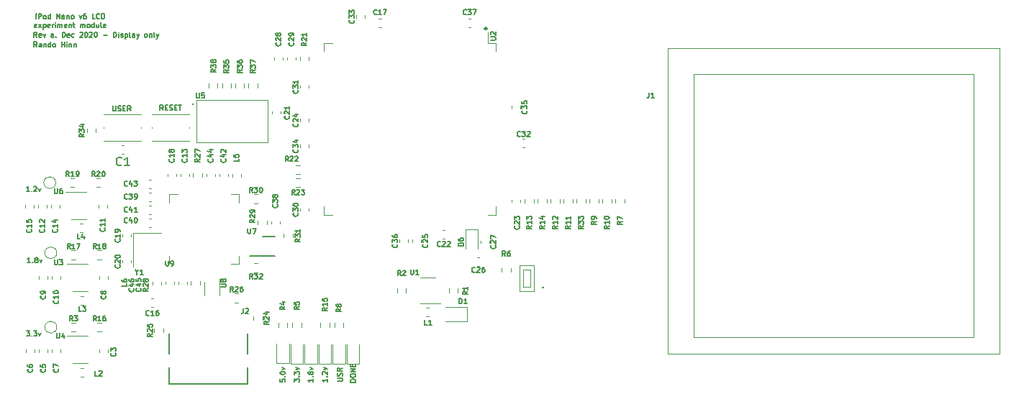
<source format=gbr>
G04 #@! TF.GenerationSoftware,KiCad,Pcbnew,5.1.9-73d0e3b20d~88~ubuntu18.04.1*
G04 #@! TF.CreationDate,2021-01-11T20:19:43+02:00*
G04 #@! TF.ProjectId,iPod nano 6 LCD,69506f64-206e-4616-9e6f-2036204c4344,rev?*
G04 #@! TF.SameCoordinates,Original*
G04 #@! TF.FileFunction,Legend,Top*
G04 #@! TF.FilePolarity,Positive*
%FSLAX46Y46*%
G04 Gerber Fmt 4.6, Leading zero omitted, Abs format (unit mm)*
G04 Created by KiCad (PCBNEW 5.1.9-73d0e3b20d~88~ubuntu18.04.1) date 2021-01-11 20:19:43*
%MOMM*%
%LPD*%
G01*
G04 APERTURE LIST*
%ADD10C,0.140000*%
%ADD11C,0.300000*%
%ADD12C,0.120000*%
%ADD13C,0.150000*%
G04 APERTURE END LIST*
D10*
X158005428Y-97526342D02*
X157405428Y-97526342D01*
X157405428Y-97383485D01*
X157434000Y-97297771D01*
X157491142Y-97240628D01*
X157548285Y-97212057D01*
X157662571Y-97183485D01*
X157748285Y-97183485D01*
X157862571Y-97212057D01*
X157919714Y-97240628D01*
X157976857Y-97297771D01*
X158005428Y-97383485D01*
X158005428Y-97526342D01*
X157405428Y-96812057D02*
X157405428Y-96697771D01*
X157434000Y-96640628D01*
X157491142Y-96583485D01*
X157605428Y-96554914D01*
X157805428Y-96554914D01*
X157919714Y-96583485D01*
X157976857Y-96640628D01*
X158005428Y-96697771D01*
X158005428Y-96812057D01*
X157976857Y-96869200D01*
X157919714Y-96926342D01*
X157805428Y-96954914D01*
X157605428Y-96954914D01*
X157491142Y-96926342D01*
X157434000Y-96869200D01*
X157405428Y-96812057D01*
X158005428Y-96297771D02*
X157405428Y-96297771D01*
X158005428Y-95954914D01*
X157405428Y-95954914D01*
X157691142Y-95669200D02*
X157691142Y-95469200D01*
X158005428Y-95383485D02*
X158005428Y-95669200D01*
X157405428Y-95669200D01*
X157405428Y-95383485D01*
X129476628Y-65000228D02*
X129476628Y-65485942D01*
X129505200Y-65543085D01*
X129533771Y-65571657D01*
X129590914Y-65600228D01*
X129705200Y-65600228D01*
X129762342Y-65571657D01*
X129790914Y-65543085D01*
X129819485Y-65485942D01*
X129819485Y-65000228D01*
X130076628Y-65571657D02*
X130162342Y-65600228D01*
X130305200Y-65600228D01*
X130362342Y-65571657D01*
X130390914Y-65543085D01*
X130419485Y-65485942D01*
X130419485Y-65428800D01*
X130390914Y-65371657D01*
X130362342Y-65343085D01*
X130305200Y-65314514D01*
X130190914Y-65285942D01*
X130133771Y-65257371D01*
X130105200Y-65228800D01*
X130076628Y-65171657D01*
X130076628Y-65114514D01*
X130105200Y-65057371D01*
X130133771Y-65028800D01*
X130190914Y-65000228D01*
X130333771Y-65000228D01*
X130419485Y-65028800D01*
X130676628Y-65285942D02*
X130876628Y-65285942D01*
X130962342Y-65600228D02*
X130676628Y-65600228D01*
X130676628Y-65000228D01*
X130962342Y-65000228D01*
X131562342Y-65600228D02*
X131362342Y-65314514D01*
X131219485Y-65600228D02*
X131219485Y-65000228D01*
X131448057Y-65000228D01*
X131505200Y-65028800D01*
X131533771Y-65057371D01*
X131562342Y-65114514D01*
X131562342Y-65200228D01*
X131533771Y-65257371D01*
X131505200Y-65285942D01*
X131448057Y-65314514D01*
X131219485Y-65314514D01*
X135374171Y-65498628D02*
X135174171Y-65212914D01*
X135031314Y-65498628D02*
X135031314Y-64898628D01*
X135259885Y-64898628D01*
X135317028Y-64927200D01*
X135345600Y-64955771D01*
X135374171Y-65012914D01*
X135374171Y-65098628D01*
X135345600Y-65155771D01*
X135317028Y-65184342D01*
X135259885Y-65212914D01*
X135031314Y-65212914D01*
X135631314Y-65184342D02*
X135831314Y-65184342D01*
X135917028Y-65498628D02*
X135631314Y-65498628D01*
X135631314Y-64898628D01*
X135917028Y-64898628D01*
X136145600Y-65470057D02*
X136231314Y-65498628D01*
X136374171Y-65498628D01*
X136431314Y-65470057D01*
X136459885Y-65441485D01*
X136488457Y-65384342D01*
X136488457Y-65327200D01*
X136459885Y-65270057D01*
X136431314Y-65241485D01*
X136374171Y-65212914D01*
X136259885Y-65184342D01*
X136202742Y-65155771D01*
X136174171Y-65127200D01*
X136145600Y-65070057D01*
X136145600Y-65012914D01*
X136174171Y-64955771D01*
X136202742Y-64927200D01*
X136259885Y-64898628D01*
X136402742Y-64898628D01*
X136488457Y-64927200D01*
X136745600Y-65184342D02*
X136945600Y-65184342D01*
X137031314Y-65498628D02*
X136745600Y-65498628D01*
X136745600Y-64898628D01*
X137031314Y-64898628D01*
X137202742Y-64898628D02*
X137545600Y-64898628D01*
X137374171Y-65498628D02*
X137374171Y-64898628D01*
X155881428Y-97404142D02*
X156367142Y-97404142D01*
X156424285Y-97375571D01*
X156452857Y-97347000D01*
X156481428Y-97289857D01*
X156481428Y-97175571D01*
X156452857Y-97118428D01*
X156424285Y-97089857D01*
X156367142Y-97061285D01*
X155881428Y-97061285D01*
X156452857Y-96804142D02*
X156481428Y-96718428D01*
X156481428Y-96575571D01*
X156452857Y-96518428D01*
X156424285Y-96489857D01*
X156367142Y-96461285D01*
X156310000Y-96461285D01*
X156252857Y-96489857D01*
X156224285Y-96518428D01*
X156195714Y-96575571D01*
X156167142Y-96689857D01*
X156138571Y-96747000D01*
X156110000Y-96775571D01*
X156052857Y-96804142D01*
X155995714Y-96804142D01*
X155938571Y-96775571D01*
X155910000Y-96747000D01*
X155881428Y-96689857D01*
X155881428Y-96547000D01*
X155910000Y-96461285D01*
X156481428Y-95861285D02*
X156195714Y-96061285D01*
X156481428Y-96204142D02*
X155881428Y-96204142D01*
X155881428Y-95975571D01*
X155910000Y-95918428D01*
X155938571Y-95889857D01*
X155995714Y-95861285D01*
X156081428Y-95861285D01*
X156138571Y-95889857D01*
X156167142Y-95918428D01*
X156195714Y-95975571D01*
X156195714Y-96204142D01*
X119284857Y-91492428D02*
X119656285Y-91492428D01*
X119456285Y-91721000D01*
X119542000Y-91721000D01*
X119599142Y-91749571D01*
X119627714Y-91778142D01*
X119656285Y-91835285D01*
X119656285Y-91978142D01*
X119627714Y-92035285D01*
X119599142Y-92063857D01*
X119542000Y-92092428D01*
X119370571Y-92092428D01*
X119313428Y-92063857D01*
X119284857Y-92035285D01*
X119913428Y-92035285D02*
X119942000Y-92063857D01*
X119913428Y-92092428D01*
X119884857Y-92063857D01*
X119913428Y-92035285D01*
X119913428Y-92092428D01*
X120142000Y-91492428D02*
X120513428Y-91492428D01*
X120313428Y-91721000D01*
X120399142Y-91721000D01*
X120456285Y-91749571D01*
X120484857Y-91778142D01*
X120513428Y-91835285D01*
X120513428Y-91978142D01*
X120484857Y-92035285D01*
X120456285Y-92063857D01*
X120399142Y-92092428D01*
X120227714Y-92092428D01*
X120170571Y-92063857D01*
X120142000Y-92035285D01*
X120713428Y-91692428D02*
X120856285Y-92092428D01*
X120999142Y-91692428D01*
X119783285Y-83456428D02*
X119440428Y-83456428D01*
X119611857Y-83456428D02*
X119611857Y-82856428D01*
X119554714Y-82942142D01*
X119497571Y-82999285D01*
X119440428Y-83027857D01*
X120040428Y-83399285D02*
X120069000Y-83427857D01*
X120040428Y-83456428D01*
X120011857Y-83427857D01*
X120040428Y-83399285D01*
X120040428Y-83456428D01*
X120411857Y-83113571D02*
X120354714Y-83085000D01*
X120326142Y-83056428D01*
X120297571Y-82999285D01*
X120297571Y-82970714D01*
X120326142Y-82913571D01*
X120354714Y-82885000D01*
X120411857Y-82856428D01*
X120526142Y-82856428D01*
X120583285Y-82885000D01*
X120611857Y-82913571D01*
X120640428Y-82970714D01*
X120640428Y-82999285D01*
X120611857Y-83056428D01*
X120583285Y-83085000D01*
X120526142Y-83113571D01*
X120411857Y-83113571D01*
X120354714Y-83142142D01*
X120326142Y-83170714D01*
X120297571Y-83227857D01*
X120297571Y-83342142D01*
X120326142Y-83399285D01*
X120354714Y-83427857D01*
X120411857Y-83456428D01*
X120526142Y-83456428D01*
X120583285Y-83427857D01*
X120611857Y-83399285D01*
X120640428Y-83342142D01*
X120640428Y-83227857D01*
X120611857Y-83170714D01*
X120583285Y-83142142D01*
X120526142Y-83113571D01*
X120840428Y-83056428D02*
X120983285Y-83456428D01*
X121126142Y-83056428D01*
X119656285Y-75074428D02*
X119313428Y-75074428D01*
X119484857Y-75074428D02*
X119484857Y-74474428D01*
X119427714Y-74560142D01*
X119370571Y-74617285D01*
X119313428Y-74645857D01*
X119913428Y-75017285D02*
X119942000Y-75045857D01*
X119913428Y-75074428D01*
X119884857Y-75045857D01*
X119913428Y-75017285D01*
X119913428Y-75074428D01*
X120170571Y-74531571D02*
X120199142Y-74503000D01*
X120256285Y-74474428D01*
X120399142Y-74474428D01*
X120456285Y-74503000D01*
X120484857Y-74531571D01*
X120513428Y-74588714D01*
X120513428Y-74645857D01*
X120484857Y-74731571D01*
X120142000Y-75074428D01*
X120513428Y-75074428D01*
X120713428Y-74674428D02*
X120856285Y-75074428D01*
X120999142Y-74674428D01*
X154703428Y-97132714D02*
X154703428Y-97475571D01*
X154703428Y-97304142D02*
X154103428Y-97304142D01*
X154189142Y-97361285D01*
X154246285Y-97418428D01*
X154274857Y-97475571D01*
X154646285Y-96875571D02*
X154674857Y-96847000D01*
X154703428Y-96875571D01*
X154674857Y-96904142D01*
X154646285Y-96875571D01*
X154703428Y-96875571D01*
X154160571Y-96618428D02*
X154132000Y-96589857D01*
X154103428Y-96532714D01*
X154103428Y-96389857D01*
X154132000Y-96332714D01*
X154160571Y-96304142D01*
X154217714Y-96275571D01*
X154274857Y-96275571D01*
X154360571Y-96304142D01*
X154703428Y-96647000D01*
X154703428Y-96275571D01*
X154303428Y-96075571D02*
X154703428Y-95932714D01*
X154303428Y-95789857D01*
D11*
X173255714Y-55880000D02*
X173327142Y-55808571D01*
X173398571Y-55880000D01*
X173327142Y-55951428D01*
X173255714Y-55880000D01*
X173398571Y-55880000D01*
D10*
X120553428Y-58056428D02*
X120353428Y-57770714D01*
X120210571Y-58056428D02*
X120210571Y-57456428D01*
X120439142Y-57456428D01*
X120496285Y-57485000D01*
X120524857Y-57513571D01*
X120553428Y-57570714D01*
X120553428Y-57656428D01*
X120524857Y-57713571D01*
X120496285Y-57742142D01*
X120439142Y-57770714D01*
X120210571Y-57770714D01*
X121067714Y-58056428D02*
X121067714Y-57742142D01*
X121039142Y-57685000D01*
X120982000Y-57656428D01*
X120867714Y-57656428D01*
X120810571Y-57685000D01*
X121067714Y-58027857D02*
X121010571Y-58056428D01*
X120867714Y-58056428D01*
X120810571Y-58027857D01*
X120782000Y-57970714D01*
X120782000Y-57913571D01*
X120810571Y-57856428D01*
X120867714Y-57827857D01*
X121010571Y-57827857D01*
X121067714Y-57799285D01*
X121353428Y-57656428D02*
X121353428Y-58056428D01*
X121353428Y-57713571D02*
X121382000Y-57685000D01*
X121439142Y-57656428D01*
X121524857Y-57656428D01*
X121582000Y-57685000D01*
X121610571Y-57742142D01*
X121610571Y-58056428D01*
X122153428Y-58056428D02*
X122153428Y-57456428D01*
X122153428Y-58027857D02*
X122096285Y-58056428D01*
X121982000Y-58056428D01*
X121924857Y-58027857D01*
X121896285Y-57999285D01*
X121867714Y-57942142D01*
X121867714Y-57770714D01*
X121896285Y-57713571D01*
X121924857Y-57685000D01*
X121982000Y-57656428D01*
X122096285Y-57656428D01*
X122153428Y-57685000D01*
X122524857Y-58056428D02*
X122467714Y-58027857D01*
X122439142Y-57999285D01*
X122410571Y-57942142D01*
X122410571Y-57770714D01*
X122439142Y-57713571D01*
X122467714Y-57685000D01*
X122524857Y-57656428D01*
X122610571Y-57656428D01*
X122667714Y-57685000D01*
X122696285Y-57713571D01*
X122724857Y-57770714D01*
X122724857Y-57942142D01*
X122696285Y-57999285D01*
X122667714Y-58027857D01*
X122610571Y-58056428D01*
X122524857Y-58056428D01*
X123439142Y-58056428D02*
X123439142Y-57456428D01*
X123439142Y-57742142D02*
X123782000Y-57742142D01*
X123782000Y-58056428D02*
X123782000Y-57456428D01*
X124067714Y-58056428D02*
X124067714Y-57656428D01*
X124067714Y-57456428D02*
X124039142Y-57485000D01*
X124067714Y-57513571D01*
X124096285Y-57485000D01*
X124067714Y-57456428D01*
X124067714Y-57513571D01*
X124353428Y-57656428D02*
X124353428Y-58056428D01*
X124353428Y-57713571D02*
X124382000Y-57685000D01*
X124439142Y-57656428D01*
X124524857Y-57656428D01*
X124582000Y-57685000D01*
X124610571Y-57742142D01*
X124610571Y-58056428D01*
X124896285Y-57656428D02*
X124896285Y-58056428D01*
X124896285Y-57713571D02*
X124924857Y-57685000D01*
X124982000Y-57656428D01*
X125067714Y-57656428D01*
X125124857Y-57685000D01*
X125153428Y-57742142D01*
X125153428Y-58056428D01*
X120550857Y-56913428D02*
X120350857Y-56627714D01*
X120208000Y-56913428D02*
X120208000Y-56313428D01*
X120436571Y-56313428D01*
X120493714Y-56342000D01*
X120522285Y-56370571D01*
X120550857Y-56427714D01*
X120550857Y-56513428D01*
X120522285Y-56570571D01*
X120493714Y-56599142D01*
X120436571Y-56627714D01*
X120208000Y-56627714D01*
X121036571Y-56884857D02*
X120979428Y-56913428D01*
X120865142Y-56913428D01*
X120808000Y-56884857D01*
X120779428Y-56827714D01*
X120779428Y-56599142D01*
X120808000Y-56542000D01*
X120865142Y-56513428D01*
X120979428Y-56513428D01*
X121036571Y-56542000D01*
X121065142Y-56599142D01*
X121065142Y-56656285D01*
X120779428Y-56713428D01*
X121265142Y-56513428D02*
X121408000Y-56913428D01*
X121550857Y-56513428D01*
X122493714Y-56913428D02*
X122493714Y-56599142D01*
X122465142Y-56542000D01*
X122408000Y-56513428D01*
X122293714Y-56513428D01*
X122236571Y-56542000D01*
X122493714Y-56884857D02*
X122436571Y-56913428D01*
X122293714Y-56913428D01*
X122236571Y-56884857D01*
X122208000Y-56827714D01*
X122208000Y-56770571D01*
X122236571Y-56713428D01*
X122293714Y-56684857D01*
X122436571Y-56684857D01*
X122493714Y-56656285D01*
X122779428Y-56856285D02*
X122808000Y-56884857D01*
X122779428Y-56913428D01*
X122750857Y-56884857D01*
X122779428Y-56856285D01*
X122779428Y-56913428D01*
X123522285Y-56913428D02*
X123522285Y-56313428D01*
X123665142Y-56313428D01*
X123750857Y-56342000D01*
X123808000Y-56399142D01*
X123836571Y-56456285D01*
X123865142Y-56570571D01*
X123865142Y-56656285D01*
X123836571Y-56770571D01*
X123808000Y-56827714D01*
X123750857Y-56884857D01*
X123665142Y-56913428D01*
X123522285Y-56913428D01*
X124350857Y-56884857D02*
X124293714Y-56913428D01*
X124179428Y-56913428D01*
X124122285Y-56884857D01*
X124093714Y-56827714D01*
X124093714Y-56599142D01*
X124122285Y-56542000D01*
X124179428Y-56513428D01*
X124293714Y-56513428D01*
X124350857Y-56542000D01*
X124379428Y-56599142D01*
X124379428Y-56656285D01*
X124093714Y-56713428D01*
X124893714Y-56884857D02*
X124836571Y-56913428D01*
X124722285Y-56913428D01*
X124665142Y-56884857D01*
X124636571Y-56856285D01*
X124608000Y-56799142D01*
X124608000Y-56627714D01*
X124636571Y-56570571D01*
X124665142Y-56542000D01*
X124722285Y-56513428D01*
X124836571Y-56513428D01*
X124893714Y-56542000D01*
X125579428Y-56370571D02*
X125608000Y-56342000D01*
X125665142Y-56313428D01*
X125808000Y-56313428D01*
X125865142Y-56342000D01*
X125893714Y-56370571D01*
X125922285Y-56427714D01*
X125922285Y-56484857D01*
X125893714Y-56570571D01*
X125550857Y-56913428D01*
X125922285Y-56913428D01*
X126293714Y-56313428D02*
X126350857Y-56313428D01*
X126408000Y-56342000D01*
X126436571Y-56370571D01*
X126465142Y-56427714D01*
X126493714Y-56542000D01*
X126493714Y-56684857D01*
X126465142Y-56799142D01*
X126436571Y-56856285D01*
X126408000Y-56884857D01*
X126350857Y-56913428D01*
X126293714Y-56913428D01*
X126236571Y-56884857D01*
X126208000Y-56856285D01*
X126179428Y-56799142D01*
X126150857Y-56684857D01*
X126150857Y-56542000D01*
X126179428Y-56427714D01*
X126208000Y-56370571D01*
X126236571Y-56342000D01*
X126293714Y-56313428D01*
X126722285Y-56370571D02*
X126750857Y-56342000D01*
X126808000Y-56313428D01*
X126950857Y-56313428D01*
X127008000Y-56342000D01*
X127036571Y-56370571D01*
X127065142Y-56427714D01*
X127065142Y-56484857D01*
X127036571Y-56570571D01*
X126693714Y-56913428D01*
X127065142Y-56913428D01*
X127436571Y-56313428D02*
X127493714Y-56313428D01*
X127550857Y-56342000D01*
X127579428Y-56370571D01*
X127607999Y-56427714D01*
X127636571Y-56542000D01*
X127636571Y-56684857D01*
X127607999Y-56799142D01*
X127579428Y-56856285D01*
X127550857Y-56884857D01*
X127493714Y-56913428D01*
X127436571Y-56913428D01*
X127379428Y-56884857D01*
X127350857Y-56856285D01*
X127322285Y-56799142D01*
X127293714Y-56684857D01*
X127293714Y-56542000D01*
X127322285Y-56427714D01*
X127350857Y-56370571D01*
X127379428Y-56342000D01*
X127436571Y-56313428D01*
X128350857Y-56684857D02*
X128808000Y-56684857D01*
X129550857Y-56913428D02*
X129550857Y-56313428D01*
X129693714Y-56313428D01*
X129779428Y-56342000D01*
X129836571Y-56399142D01*
X129865142Y-56456285D01*
X129893714Y-56570571D01*
X129893714Y-56656285D01*
X129865142Y-56770571D01*
X129836571Y-56827714D01*
X129779428Y-56884857D01*
X129693714Y-56913428D01*
X129550857Y-56913428D01*
X130150857Y-56913428D02*
X130150857Y-56513428D01*
X130150857Y-56313428D02*
X130122285Y-56342000D01*
X130150857Y-56370571D01*
X130179428Y-56342000D01*
X130150857Y-56313428D01*
X130150857Y-56370571D01*
X130407999Y-56884857D02*
X130465142Y-56913428D01*
X130579428Y-56913428D01*
X130636571Y-56884857D01*
X130665142Y-56827714D01*
X130665142Y-56799142D01*
X130636571Y-56742000D01*
X130579428Y-56713428D01*
X130493714Y-56713428D01*
X130436571Y-56684857D01*
X130407999Y-56627714D01*
X130407999Y-56599142D01*
X130436571Y-56542000D01*
X130493714Y-56513428D01*
X130579428Y-56513428D01*
X130636571Y-56542000D01*
X130922285Y-56513428D02*
X130922285Y-57113428D01*
X130922285Y-56542000D02*
X130979428Y-56513428D01*
X131093714Y-56513428D01*
X131150857Y-56542000D01*
X131179428Y-56570571D01*
X131207999Y-56627714D01*
X131207999Y-56799142D01*
X131179428Y-56856285D01*
X131150857Y-56884857D01*
X131093714Y-56913428D01*
X130979428Y-56913428D01*
X130922285Y-56884857D01*
X131550857Y-56913428D02*
X131493714Y-56884857D01*
X131465142Y-56827714D01*
X131465142Y-56313428D01*
X132036571Y-56913428D02*
X132036571Y-56599142D01*
X132007999Y-56542000D01*
X131950857Y-56513428D01*
X131836571Y-56513428D01*
X131779428Y-56542000D01*
X132036571Y-56884857D02*
X131979428Y-56913428D01*
X131836571Y-56913428D01*
X131779428Y-56884857D01*
X131750857Y-56827714D01*
X131750857Y-56770571D01*
X131779428Y-56713428D01*
X131836571Y-56684857D01*
X131979428Y-56684857D01*
X132036571Y-56656285D01*
X132265142Y-56513428D02*
X132408000Y-56913428D01*
X132550857Y-56513428D02*
X132408000Y-56913428D01*
X132350857Y-57056285D01*
X132322285Y-57084857D01*
X132265142Y-57113428D01*
X133322285Y-56913428D02*
X133265142Y-56884857D01*
X133236571Y-56856285D01*
X133207999Y-56799142D01*
X133207999Y-56627714D01*
X133236571Y-56570571D01*
X133265142Y-56542000D01*
X133322285Y-56513428D01*
X133407999Y-56513428D01*
X133465142Y-56542000D01*
X133493714Y-56570571D01*
X133522285Y-56627714D01*
X133522285Y-56799142D01*
X133493714Y-56856285D01*
X133465142Y-56884857D01*
X133407999Y-56913428D01*
X133322285Y-56913428D01*
X133779428Y-56513428D02*
X133779428Y-56913428D01*
X133779428Y-56570571D02*
X133807999Y-56542000D01*
X133865142Y-56513428D01*
X133950857Y-56513428D01*
X134007999Y-56542000D01*
X134036571Y-56599142D01*
X134036571Y-56913428D01*
X134408000Y-56913428D02*
X134350857Y-56884857D01*
X134322285Y-56827714D01*
X134322285Y-56313428D01*
X134579428Y-56513428D02*
X134722285Y-56913428D01*
X134865142Y-56513428D02*
X134722285Y-56913428D01*
X134665142Y-57056285D01*
X134636571Y-57084857D01*
X134579428Y-57113428D01*
X120445714Y-54742428D02*
X120445714Y-54342428D01*
X120445714Y-54142428D02*
X120417142Y-54171000D01*
X120445714Y-54199571D01*
X120474285Y-54171000D01*
X120445714Y-54142428D01*
X120445714Y-54199571D01*
X120731428Y-54742428D02*
X120731428Y-54142428D01*
X120959999Y-54142428D01*
X121017142Y-54171000D01*
X121045714Y-54199571D01*
X121074285Y-54256714D01*
X121074285Y-54342428D01*
X121045714Y-54399571D01*
X121017142Y-54428142D01*
X120959999Y-54456714D01*
X120731428Y-54456714D01*
X121417142Y-54742428D02*
X121359999Y-54713857D01*
X121331428Y-54685285D01*
X121302857Y-54628142D01*
X121302857Y-54456714D01*
X121331428Y-54399571D01*
X121359999Y-54371000D01*
X121417142Y-54342428D01*
X121502857Y-54342428D01*
X121559999Y-54371000D01*
X121588571Y-54399571D01*
X121617142Y-54456714D01*
X121617142Y-54628142D01*
X121588571Y-54685285D01*
X121559999Y-54713857D01*
X121502857Y-54742428D01*
X121417142Y-54742428D01*
X122131428Y-54742428D02*
X122131428Y-54142428D01*
X122131428Y-54713857D02*
X122074285Y-54742428D01*
X121959999Y-54742428D01*
X121902857Y-54713857D01*
X121874285Y-54685285D01*
X121845714Y-54628142D01*
X121845714Y-54456714D01*
X121874285Y-54399571D01*
X121902857Y-54371000D01*
X121959999Y-54342428D01*
X122074285Y-54342428D01*
X122131428Y-54371000D01*
X122874285Y-54742428D02*
X122874285Y-54142428D01*
X123217142Y-54742428D01*
X123217142Y-54142428D01*
X123759999Y-54742428D02*
X123759999Y-54428142D01*
X123731428Y-54371000D01*
X123674285Y-54342428D01*
X123559999Y-54342428D01*
X123502857Y-54371000D01*
X123759999Y-54713857D02*
X123702857Y-54742428D01*
X123559999Y-54742428D01*
X123502857Y-54713857D01*
X123474285Y-54656714D01*
X123474285Y-54599571D01*
X123502857Y-54542428D01*
X123559999Y-54513857D01*
X123702857Y-54513857D01*
X123759999Y-54485285D01*
X124045714Y-54342428D02*
X124045714Y-54742428D01*
X124045714Y-54399571D02*
X124074285Y-54371000D01*
X124131428Y-54342428D01*
X124217142Y-54342428D01*
X124274285Y-54371000D01*
X124302857Y-54428142D01*
X124302857Y-54742428D01*
X124674285Y-54742428D02*
X124617142Y-54713857D01*
X124588571Y-54685285D01*
X124559999Y-54628142D01*
X124559999Y-54456714D01*
X124588571Y-54399571D01*
X124617142Y-54371000D01*
X124674285Y-54342428D01*
X124759999Y-54342428D01*
X124817142Y-54371000D01*
X124845714Y-54399571D01*
X124874285Y-54456714D01*
X124874285Y-54628142D01*
X124845714Y-54685285D01*
X124817142Y-54713857D01*
X124759999Y-54742428D01*
X124674285Y-54742428D01*
X125531428Y-54342428D02*
X125674285Y-54742428D01*
X125817142Y-54342428D01*
X126302857Y-54142428D02*
X126188571Y-54142428D01*
X126131428Y-54171000D01*
X126102857Y-54199571D01*
X126045714Y-54285285D01*
X126017142Y-54399571D01*
X126017142Y-54628142D01*
X126045714Y-54685285D01*
X126074285Y-54713857D01*
X126131428Y-54742428D01*
X126245714Y-54742428D01*
X126302857Y-54713857D01*
X126331428Y-54685285D01*
X126359999Y-54628142D01*
X126359999Y-54485285D01*
X126331428Y-54428142D01*
X126302857Y-54399571D01*
X126245714Y-54371000D01*
X126131428Y-54371000D01*
X126074285Y-54399571D01*
X126045714Y-54428142D01*
X126017142Y-54485285D01*
X127359999Y-54742428D02*
X127074285Y-54742428D01*
X127074285Y-54142428D01*
X127902857Y-54685285D02*
X127874285Y-54713857D01*
X127788571Y-54742428D01*
X127731428Y-54742428D01*
X127645714Y-54713857D01*
X127588571Y-54656714D01*
X127559999Y-54599571D01*
X127531428Y-54485285D01*
X127531428Y-54399571D01*
X127559999Y-54285285D01*
X127588571Y-54228142D01*
X127645714Y-54171000D01*
X127731428Y-54142428D01*
X127788571Y-54142428D01*
X127874285Y-54171000D01*
X127902857Y-54199571D01*
X128159999Y-54742428D02*
X128159999Y-54142428D01*
X128302857Y-54142428D01*
X128388571Y-54171000D01*
X128445714Y-54228142D01*
X128474285Y-54285285D01*
X128502857Y-54399571D01*
X128502857Y-54485285D01*
X128474285Y-54599571D01*
X128445714Y-54656714D01*
X128388571Y-54713857D01*
X128302857Y-54742428D01*
X128159999Y-54742428D01*
X120517142Y-55753857D02*
X120460000Y-55782428D01*
X120345714Y-55782428D01*
X120288571Y-55753857D01*
X120260000Y-55696714D01*
X120260000Y-55468142D01*
X120288571Y-55411000D01*
X120345714Y-55382428D01*
X120460000Y-55382428D01*
X120517142Y-55411000D01*
X120545714Y-55468142D01*
X120545714Y-55525285D01*
X120260000Y-55582428D01*
X120745714Y-55782428D02*
X121060000Y-55382428D01*
X120745714Y-55382428D02*
X121060000Y-55782428D01*
X121288571Y-55382428D02*
X121288571Y-55982428D01*
X121288571Y-55411000D02*
X121345714Y-55382428D01*
X121460000Y-55382428D01*
X121517142Y-55411000D01*
X121545714Y-55439571D01*
X121574285Y-55496714D01*
X121574285Y-55668142D01*
X121545714Y-55725285D01*
X121517142Y-55753857D01*
X121460000Y-55782428D01*
X121345714Y-55782428D01*
X121288571Y-55753857D01*
X122060000Y-55753857D02*
X122002857Y-55782428D01*
X121888571Y-55782428D01*
X121831428Y-55753857D01*
X121802857Y-55696714D01*
X121802857Y-55468142D01*
X121831428Y-55411000D01*
X121888571Y-55382428D01*
X122002857Y-55382428D01*
X122060000Y-55411000D01*
X122088571Y-55468142D01*
X122088571Y-55525285D01*
X121802857Y-55582428D01*
X122345714Y-55782428D02*
X122345714Y-55382428D01*
X122345714Y-55496714D02*
X122374285Y-55439571D01*
X122402857Y-55411000D01*
X122460000Y-55382428D01*
X122517142Y-55382428D01*
X122717142Y-55782428D02*
X122717142Y-55382428D01*
X122717142Y-55182428D02*
X122688571Y-55211000D01*
X122717142Y-55239571D01*
X122745714Y-55211000D01*
X122717142Y-55182428D01*
X122717142Y-55239571D01*
X123002857Y-55782428D02*
X123002857Y-55382428D01*
X123002857Y-55439571D02*
X123031428Y-55411000D01*
X123088571Y-55382428D01*
X123174285Y-55382428D01*
X123231428Y-55411000D01*
X123260000Y-55468142D01*
X123260000Y-55782428D01*
X123260000Y-55468142D02*
X123288571Y-55411000D01*
X123345714Y-55382428D01*
X123431428Y-55382428D01*
X123488571Y-55411000D01*
X123517142Y-55468142D01*
X123517142Y-55782428D01*
X124031428Y-55753857D02*
X123974285Y-55782428D01*
X123860000Y-55782428D01*
X123802857Y-55753857D01*
X123774285Y-55696714D01*
X123774285Y-55468142D01*
X123802857Y-55411000D01*
X123860000Y-55382428D01*
X123974285Y-55382428D01*
X124031428Y-55411000D01*
X124060000Y-55468142D01*
X124060000Y-55525285D01*
X123774285Y-55582428D01*
X124317142Y-55382428D02*
X124317142Y-55782428D01*
X124317142Y-55439571D02*
X124345714Y-55411000D01*
X124402857Y-55382428D01*
X124488571Y-55382428D01*
X124545714Y-55411000D01*
X124574285Y-55468142D01*
X124574285Y-55782428D01*
X124774285Y-55382428D02*
X125002857Y-55382428D01*
X124860000Y-55182428D02*
X124860000Y-55696714D01*
X124888571Y-55753857D01*
X124945714Y-55782428D01*
X125002857Y-55782428D01*
X125660000Y-55782428D02*
X125660000Y-55382428D01*
X125660000Y-55439571D02*
X125688571Y-55411000D01*
X125745714Y-55382428D01*
X125831428Y-55382428D01*
X125888571Y-55411000D01*
X125917142Y-55468142D01*
X125917142Y-55782428D01*
X125917142Y-55468142D02*
X125945714Y-55411000D01*
X126002857Y-55382428D01*
X126088571Y-55382428D01*
X126145714Y-55411000D01*
X126174285Y-55468142D01*
X126174285Y-55782428D01*
X126545714Y-55782428D02*
X126488571Y-55753857D01*
X126460000Y-55725285D01*
X126431428Y-55668142D01*
X126431428Y-55496714D01*
X126460000Y-55439571D01*
X126488571Y-55411000D01*
X126545714Y-55382428D01*
X126631428Y-55382428D01*
X126688571Y-55411000D01*
X126717142Y-55439571D01*
X126745714Y-55496714D01*
X126745714Y-55668142D01*
X126717142Y-55725285D01*
X126688571Y-55753857D01*
X126631428Y-55782428D01*
X126545714Y-55782428D01*
X127260000Y-55782428D02*
X127260000Y-55182428D01*
X127260000Y-55753857D02*
X127202857Y-55782428D01*
X127088571Y-55782428D01*
X127031428Y-55753857D01*
X127002857Y-55725285D01*
X126974285Y-55668142D01*
X126974285Y-55496714D01*
X127002857Y-55439571D01*
X127031428Y-55411000D01*
X127088571Y-55382428D01*
X127202857Y-55382428D01*
X127260000Y-55411000D01*
X127802857Y-55382428D02*
X127802857Y-55782428D01*
X127545714Y-55382428D02*
X127545714Y-55696714D01*
X127574285Y-55753857D01*
X127631428Y-55782428D01*
X127717142Y-55782428D01*
X127774285Y-55753857D01*
X127802857Y-55725285D01*
X128174285Y-55782428D02*
X128117142Y-55753857D01*
X128088571Y-55696714D01*
X128088571Y-55182428D01*
X128631428Y-55753857D02*
X128574285Y-55782428D01*
X128460000Y-55782428D01*
X128402857Y-55753857D01*
X128374285Y-55696714D01*
X128374285Y-55468142D01*
X128402857Y-55411000D01*
X128460000Y-55382428D01*
X128574285Y-55382428D01*
X128631428Y-55411000D01*
X128660000Y-55468142D01*
X128660000Y-55525285D01*
X128374285Y-55582428D01*
X149150428Y-97161285D02*
X149150428Y-97447000D01*
X149436142Y-97475571D01*
X149407571Y-97447000D01*
X149379000Y-97389857D01*
X149379000Y-97247000D01*
X149407571Y-97189857D01*
X149436142Y-97161285D01*
X149493285Y-97132714D01*
X149636142Y-97132714D01*
X149693285Y-97161285D01*
X149721857Y-97189857D01*
X149750428Y-97247000D01*
X149750428Y-97389857D01*
X149721857Y-97447000D01*
X149693285Y-97475571D01*
X149693285Y-96875571D02*
X149721857Y-96847000D01*
X149750428Y-96875571D01*
X149721857Y-96904142D01*
X149693285Y-96875571D01*
X149750428Y-96875571D01*
X149150428Y-96475571D02*
X149150428Y-96418428D01*
X149179000Y-96361285D01*
X149207571Y-96332714D01*
X149264714Y-96304142D01*
X149379000Y-96275571D01*
X149521857Y-96275571D01*
X149636142Y-96304142D01*
X149693285Y-96332714D01*
X149721857Y-96361285D01*
X149750428Y-96418428D01*
X149750428Y-96475571D01*
X149721857Y-96532714D01*
X149693285Y-96561285D01*
X149636142Y-96589857D01*
X149521857Y-96618428D01*
X149379000Y-96618428D01*
X149264714Y-96589857D01*
X149207571Y-96561285D01*
X149179000Y-96532714D01*
X149150428Y-96475571D01*
X149350428Y-96075571D02*
X149750428Y-95932714D01*
X149350428Y-95789857D01*
X150801428Y-97504142D02*
X150801428Y-97132714D01*
X151030000Y-97332714D01*
X151030000Y-97247000D01*
X151058571Y-97189857D01*
X151087142Y-97161285D01*
X151144285Y-97132714D01*
X151287142Y-97132714D01*
X151344285Y-97161285D01*
X151372857Y-97189857D01*
X151401428Y-97247000D01*
X151401428Y-97418428D01*
X151372857Y-97475571D01*
X151344285Y-97504142D01*
X151344285Y-96875571D02*
X151372857Y-96847000D01*
X151401428Y-96875571D01*
X151372857Y-96904142D01*
X151344285Y-96875571D01*
X151401428Y-96875571D01*
X150801428Y-96647000D02*
X150801428Y-96275571D01*
X151030000Y-96475571D01*
X151030000Y-96389857D01*
X151058571Y-96332714D01*
X151087142Y-96304142D01*
X151144285Y-96275571D01*
X151287142Y-96275571D01*
X151344285Y-96304142D01*
X151372857Y-96332714D01*
X151401428Y-96389857D01*
X151401428Y-96561285D01*
X151372857Y-96618428D01*
X151344285Y-96647000D01*
X151001428Y-96075571D02*
X151401428Y-95932714D01*
X151001428Y-95789857D01*
X153052428Y-97132714D02*
X153052428Y-97475571D01*
X153052428Y-97304142D02*
X152452428Y-97304142D01*
X152538142Y-97361285D01*
X152595285Y-97418428D01*
X152623857Y-97475571D01*
X152995285Y-96875571D02*
X153023857Y-96847000D01*
X153052428Y-96875571D01*
X153023857Y-96904142D01*
X152995285Y-96875571D01*
X153052428Y-96875571D01*
X152709571Y-96504142D02*
X152681000Y-96561285D01*
X152652428Y-96589857D01*
X152595285Y-96618428D01*
X152566714Y-96618428D01*
X152509571Y-96589857D01*
X152481000Y-96561285D01*
X152452428Y-96504142D01*
X152452428Y-96389857D01*
X152481000Y-96332714D01*
X152509571Y-96304142D01*
X152566714Y-96275571D01*
X152595285Y-96275571D01*
X152652428Y-96304142D01*
X152681000Y-96332714D01*
X152709571Y-96389857D01*
X152709571Y-96504142D01*
X152738142Y-96561285D01*
X152766714Y-96589857D01*
X152823857Y-96618428D01*
X152938142Y-96618428D01*
X152995285Y-96589857D01*
X153023857Y-96561285D01*
X153052428Y-96504142D01*
X153052428Y-96389857D01*
X153023857Y-96332714D01*
X152995285Y-96304142D01*
X152938142Y-96275571D01*
X152823857Y-96275571D01*
X152766714Y-96304142D01*
X152738142Y-96332714D01*
X152709571Y-96389857D01*
X152652428Y-96075571D02*
X153052428Y-95932714D01*
X152652428Y-95789857D01*
D12*
X151865000Y-95338000D02*
X151865000Y-93053000D01*
X150395000Y-95338000D02*
X151865000Y-95338000D01*
X150395000Y-93053000D02*
X150395000Y-95338000D01*
D13*
X147066000Y-80409000D02*
X148566000Y-80409000D01*
X145566000Y-82659000D02*
X148566000Y-82659000D01*
D12*
X154333500Y-76855000D02*
X154333500Y-77805000D01*
X154333500Y-77805000D02*
X155283500Y-77805000D01*
X154333500Y-58535000D02*
X154333500Y-57585000D01*
X154333500Y-57585000D02*
X155283500Y-57585000D01*
X174553500Y-76855000D02*
X174553500Y-77805000D01*
X174553500Y-77805000D02*
X173603500Y-77805000D01*
X174553500Y-58535000D02*
X174553500Y-57585000D01*
X174553500Y-57585000D02*
X173603500Y-57585000D01*
X173603500Y-57585000D02*
X173603500Y-56295000D01*
X136098000Y-82637000D02*
X136098000Y-83612000D01*
X144318000Y-75392000D02*
X143343000Y-75392000D01*
X144318000Y-76367000D02*
X144318000Y-75392000D01*
X144318000Y-83612000D02*
X143343000Y-83612000D01*
X144318000Y-82637000D02*
X144318000Y-83612000D01*
X136098000Y-75392000D02*
X137073000Y-75392000D01*
X136098000Y-76367000D02*
X136098000Y-75392000D01*
X128907000Y-85357580D02*
X128907000Y-85076420D01*
X127887000Y-85357580D02*
X127887000Y-85076420D01*
X178982900Y-75962742D02*
X178982900Y-76437258D01*
X177937900Y-75962742D02*
X177937900Y-76437258D01*
X130798180Y-69644800D02*
X130517020Y-69644800D01*
X130798180Y-70664800D02*
X130517020Y-70664800D01*
X140752300Y-62348342D02*
X140752300Y-62822858D01*
X141797300Y-62348342D02*
X141797300Y-62822858D01*
X145425900Y-62348342D02*
X145425900Y-62822858D01*
X146470900Y-62348342D02*
X146470900Y-62822858D01*
X143881100Y-62348342D02*
X143881100Y-62822858D01*
X144926100Y-62348342D02*
X144926100Y-62822858D01*
X142327100Y-62348342D02*
X142327100Y-62822858D01*
X143372100Y-62348342D02*
X143372100Y-62822858D01*
X151509000Y-77075420D02*
X151509000Y-77356580D01*
X152529000Y-77075420D02*
X152529000Y-77356580D01*
D13*
X145316000Y-94141000D02*
X145316000Y-91841000D01*
X145316000Y-97741000D02*
X145316000Y-95791000D01*
X136116000Y-94141000D02*
X136116000Y-91841000D01*
X136116000Y-97741000D02*
X136116000Y-95791000D01*
X145316000Y-97741000D02*
X136116000Y-97741000D01*
D12*
X128360000Y-67617200D02*
X128360000Y-67517200D01*
X132760000Y-66017200D02*
X128360000Y-66017200D01*
X128360000Y-69117200D02*
X132760000Y-69117200D01*
X132760000Y-67617200D02*
X132760000Y-67517200D01*
X127471700Y-68144658D02*
X127471700Y-67670142D01*
X126426700Y-68144658D02*
X126426700Y-67670142D01*
X138445600Y-67514000D02*
X138445600Y-67614000D01*
X134045600Y-69114000D02*
X138445600Y-69114000D01*
X138445600Y-66014000D02*
X134045600Y-66014000D01*
X134045600Y-67514000D02*
X134045600Y-67614000D01*
X158469000Y-95363400D02*
X158469000Y-93078400D01*
X156999000Y-95363400D02*
X158469000Y-95363400D01*
X156999000Y-93078400D02*
X156999000Y-95363400D01*
X155560500Y-90567742D02*
X155560500Y-91042258D01*
X156605500Y-90567742D02*
X156605500Y-91042258D01*
X156818000Y-95338000D02*
X156818000Y-93053000D01*
X155348000Y-95338000D02*
X156818000Y-95338000D01*
X155348000Y-93053000D02*
X155348000Y-95338000D01*
X184033900Y-75962742D02*
X184033900Y-76437258D01*
X185078900Y-75962742D02*
X185078900Y-76437258D01*
X178613000Y-84299000D02*
X177724000Y-84299000D01*
X178613000Y-86331000D02*
X178613000Y-84299000D01*
X177724000Y-86331000D02*
X178613000Y-86331000D01*
X177724000Y-84299000D02*
X177724000Y-86331000D01*
X178994000Y-86839000D02*
X177343000Y-86839000D01*
X178994000Y-83791000D02*
X178994000Y-86839000D01*
X177343000Y-83791000D02*
X178994000Y-83791000D01*
X177343000Y-86839000D02*
X177343000Y-83791000D01*
X230786000Y-61214000D02*
X230786000Y-92214000D01*
X197786000Y-61214000D02*
X230786000Y-61214000D01*
X197786000Y-61214000D02*
X197786000Y-92214000D01*
X197786000Y-92214000D02*
X230786000Y-92214000D01*
X233786000Y-58214000D02*
X233786000Y-94214000D01*
X233786000Y-58214000D02*
X233786000Y-89214000D01*
X194786000Y-58214000D02*
X194786000Y-94214000D01*
X194786000Y-94214000D02*
X233786000Y-94214000D01*
X233786000Y-58214000D02*
X194786000Y-58214000D01*
X149985000Y-59295420D02*
X149985000Y-59576580D01*
X151005000Y-59295420D02*
X151005000Y-59576580D01*
X152541500Y-59673258D02*
X152541500Y-59198742D01*
X151496500Y-59673258D02*
X151496500Y-59198742D01*
X148461000Y-59295420D02*
X148461000Y-59576580D01*
X149481000Y-59295420D02*
X149481000Y-59576580D01*
X131866000Y-79958000D02*
X131866000Y-83958000D01*
X135166000Y-79958000D02*
X131866000Y-79958000D01*
X140197000Y-85687000D02*
X140197000Y-87287000D01*
X141997000Y-87287000D02*
X141997000Y-85387000D01*
X146541258Y-84596500D02*
X146066742Y-84596500D01*
X146541258Y-83551500D02*
X146066742Y-83551500D01*
X150636500Y-80026742D02*
X150636500Y-80501258D01*
X149591500Y-80026742D02*
X149591500Y-80501258D01*
X146066742Y-75423500D02*
X146541258Y-75423500D01*
X146066742Y-76468500D02*
X146541258Y-76468500D01*
X147588500Y-78502742D02*
X147588500Y-78977258D01*
X146543500Y-78502742D02*
X146543500Y-78977258D01*
X138669500Y-86089258D02*
X138669500Y-85614742D01*
X139714500Y-86089258D02*
X139714500Y-85614742D01*
X139968500Y-72914742D02*
X139968500Y-73389258D01*
X138923500Y-72914742D02*
X138923500Y-73389258D01*
X143780742Y-87107500D02*
X144255258Y-87107500D01*
X143780742Y-88152500D02*
X144255258Y-88152500D01*
X135396500Y-91202742D02*
X135396500Y-91677258D01*
X134351500Y-91202742D02*
X134351500Y-91677258D01*
X146035500Y-90216258D02*
X146035500Y-89741742D01*
X147080500Y-90216258D02*
X147080500Y-89741742D01*
X134110000Y-86014779D02*
X134110000Y-85689221D01*
X135130000Y-86014779D02*
X135130000Y-85689221D01*
X144528000Y-72989221D02*
X144528000Y-73314779D01*
X143508000Y-72989221D02*
X143508000Y-73314779D01*
X135634000Y-85992580D02*
X135634000Y-85711420D01*
X136654000Y-85992580D02*
X136654000Y-85711420D01*
X137158000Y-85992580D02*
X137158000Y-85711420D01*
X138178000Y-85992580D02*
X138178000Y-85711420D01*
X141480000Y-73011420D02*
X141480000Y-73292580D01*
X140460000Y-73011420D02*
X140460000Y-73292580D01*
X133998580Y-74678000D02*
X133717420Y-74678000D01*
X133998580Y-73658000D02*
X133717420Y-73658000D01*
X143004000Y-73011420D02*
X143004000Y-73292580D01*
X141984000Y-73011420D02*
X141984000Y-73292580D01*
X133998580Y-77726000D02*
X133717420Y-77726000D01*
X133998580Y-76706000D02*
X133717420Y-76706000D01*
X133998580Y-79250000D02*
X133717420Y-79250000D01*
X133998580Y-78230000D02*
X133717420Y-78230000D01*
X133998580Y-76202000D02*
X133717420Y-76202000D01*
X133998580Y-75182000D02*
X133717420Y-75182000D01*
X130554000Y-83452580D02*
X130554000Y-83171420D01*
X131574000Y-83452580D02*
X131574000Y-83171420D01*
X131574000Y-80136420D02*
X131574000Y-80417580D01*
X130554000Y-80136420D02*
X130554000Y-80417580D01*
X135888000Y-73292580D02*
X135888000Y-73011420D01*
X136908000Y-73292580D02*
X136908000Y-73011420D01*
X137412000Y-73305580D02*
X137412000Y-73024420D01*
X138432000Y-73305580D02*
X138432000Y-73024420D01*
X149100000Y-78599420D02*
X149100000Y-78880580D01*
X148080000Y-78599420D02*
X148080000Y-78880580D01*
X171590580Y-54735000D02*
X171309420Y-54735000D01*
X171590580Y-55755000D02*
X171309420Y-55755000D01*
X164213000Y-81039580D02*
X164213000Y-80758420D01*
X163193000Y-81039580D02*
X163193000Y-80758420D01*
X177421000Y-65291580D02*
X177421000Y-65010420D01*
X176401000Y-65291580D02*
X176401000Y-65010420D01*
X152529000Y-69863580D02*
X152529000Y-69582420D01*
X151509000Y-69863580D02*
X151509000Y-69582420D01*
X151494258Y-73518500D02*
X151019742Y-73518500D01*
X151494258Y-74563500D02*
X151019742Y-74563500D01*
X151494258Y-71994500D02*
X151019742Y-71994500D01*
X151494258Y-73039500D02*
X151019742Y-73039500D01*
X159133000Y-54342420D02*
X159133000Y-54623580D01*
X158113000Y-54342420D02*
X158113000Y-54623580D01*
X177940580Y-68832000D02*
X177659420Y-68832000D01*
X177940580Y-69852000D02*
X177659420Y-69852000D01*
X151509000Y-62597420D02*
X151509000Y-62878580D01*
X152529000Y-62597420D02*
X152529000Y-62878580D01*
X170969000Y-79541000D02*
X170969000Y-81826000D01*
X172439000Y-79541000D02*
X170969000Y-79541000D01*
X172439000Y-81826000D02*
X172439000Y-79541000D01*
X172718000Y-80885420D02*
X172718000Y-81166580D01*
X173738000Y-80885420D02*
X173738000Y-81166580D01*
X172325420Y-83822000D02*
X172606580Y-83822000D01*
X172325420Y-82802000D02*
X172606580Y-82802000D01*
X164717000Y-80758420D02*
X164717000Y-81039580D01*
X165737000Y-80758420D02*
X165737000Y-81039580D01*
X151509000Y-66534420D02*
X151509000Y-66815580D01*
X152529000Y-66534420D02*
X152529000Y-66815580D01*
X176401000Y-76059420D02*
X176401000Y-76340580D01*
X177421000Y-76059420D02*
X177421000Y-76340580D01*
X160768420Y-55755000D02*
X161049580Y-55755000D01*
X160768420Y-54735000D02*
X161049580Y-54735000D01*
X134252580Y-87628000D02*
X133971420Y-87628000D01*
X134252580Y-88648000D02*
X133971420Y-88648000D01*
X122747000Y-74041000D02*
G75*
G03*
X122747000Y-74041000I-700000J0D01*
G01*
X122874000Y-91059000D02*
G75*
G03*
X122874000Y-91059000I-700000J0D01*
G01*
X122874000Y-82296000D02*
G75*
G03*
X122874000Y-82296000I-700000J0D01*
G01*
X126376000Y-75098000D02*
X123926000Y-75098000D01*
X124576000Y-78318000D02*
X126376000Y-78318000D01*
X127524742Y-74563500D02*
X127999258Y-74563500D01*
X127524742Y-73518500D02*
X127999258Y-73518500D01*
X124476742Y-74563500D02*
X124951258Y-74563500D01*
X124476742Y-73518500D02*
X124951258Y-73518500D01*
X125892779Y-78865000D02*
X125567221Y-78865000D01*
X125892779Y-79885000D02*
X125567221Y-79885000D01*
X120144000Y-76975580D02*
X120144000Y-76694420D01*
X119124000Y-76975580D02*
X119124000Y-76694420D01*
X123192000Y-76975580D02*
X123192000Y-76694420D01*
X122172000Y-76975580D02*
X122172000Y-76694420D01*
X121668000Y-76975580D02*
X121668000Y-76694420D01*
X120648000Y-76975580D02*
X120648000Y-76694420D01*
X128780000Y-76975580D02*
X128780000Y-76694420D01*
X127760000Y-76975580D02*
X127760000Y-76694420D01*
X126503000Y-83583000D02*
X124053000Y-83583000D01*
X124703000Y-86803000D02*
X126503000Y-86803000D01*
X127651742Y-83072500D02*
X128126258Y-83072500D01*
X127651742Y-82027500D02*
X128126258Y-82027500D01*
X124603742Y-83072500D02*
X125078258Y-83072500D01*
X124603742Y-82027500D02*
X125078258Y-82027500D01*
X126019779Y-87374000D02*
X125694221Y-87374000D01*
X126019779Y-88394000D02*
X125694221Y-88394000D01*
X123319000Y-85357580D02*
X123319000Y-85076420D01*
X122299000Y-85357580D02*
X122299000Y-85076420D01*
X121795000Y-85357580D02*
X121795000Y-85076420D01*
X120775000Y-85357580D02*
X120775000Y-85076420D01*
X126503000Y-92092000D02*
X124053000Y-92092000D01*
X124703000Y-95312000D02*
X126503000Y-95312000D01*
X127651742Y-91581500D02*
X128126258Y-91581500D01*
X127651742Y-90536500D02*
X128126258Y-90536500D01*
X124603742Y-91581500D02*
X125078258Y-91581500D01*
X124603742Y-90536500D02*
X125078258Y-90536500D01*
X126019779Y-95883000D02*
X125694221Y-95883000D01*
X126019779Y-96903000D02*
X125694221Y-96903000D01*
X123319000Y-93993580D02*
X123319000Y-93712420D01*
X122299000Y-93993580D02*
X122299000Y-93712420D01*
X120271000Y-93993580D02*
X120271000Y-93712420D01*
X119251000Y-93993580D02*
X119251000Y-93712420D01*
X121795000Y-93993580D02*
X121795000Y-93712420D01*
X120775000Y-93993580D02*
X120775000Y-93712420D01*
X128907000Y-93993580D02*
X128907000Y-93712420D01*
X127887000Y-93993580D02*
X127887000Y-93712420D01*
X168261420Y-79627000D02*
X168542580Y-79627000D01*
X168261420Y-80647000D02*
X168542580Y-80647000D01*
X154954500Y-90567742D02*
X154954500Y-91042258D01*
X153909500Y-90567742D02*
X153909500Y-91042258D01*
X153697000Y-93053000D02*
X153697000Y-95338000D01*
X153697000Y-95338000D02*
X155167000Y-95338000D01*
X155167000Y-95338000D02*
X155167000Y-93053000D01*
X139476000Y-64329000D02*
X147476000Y-64329000D01*
X147476000Y-64329000D02*
X147676000Y-64329000D01*
X147676000Y-64329000D02*
X147676000Y-69129000D01*
X139276000Y-64329000D02*
X139276000Y-69129000D01*
X139276000Y-64329000D02*
X139476000Y-64329000D01*
X147676000Y-69329000D02*
X139276000Y-69329000D01*
X139276000Y-69329000D02*
X139276000Y-69129000D01*
X147676000Y-69129000D02*
X147676000Y-69329000D01*
X148207000Y-65926580D02*
X148207000Y-65645420D01*
X149227000Y-65926580D02*
X149227000Y-65645420D01*
X179461900Y-76437258D02*
X179461900Y-75962742D01*
X180506900Y-76437258D02*
X180506900Y-75962742D01*
X180985900Y-76437258D02*
X180985900Y-75962742D01*
X182030900Y-76437258D02*
X182030900Y-75962742D01*
X182509900Y-76437258D02*
X182509900Y-75962742D01*
X183554900Y-76437258D02*
X183554900Y-75962742D01*
X188126900Y-76437258D02*
X188126900Y-75962742D01*
X187081900Y-76437258D02*
X187081900Y-75962742D01*
X186602900Y-76437258D02*
X186602900Y-75962742D01*
X185557900Y-76437258D02*
X185557900Y-75962742D01*
X188605900Y-75962742D02*
X188605900Y-76437258D01*
X189650900Y-75962742D02*
X189650900Y-76437258D01*
X176290500Y-84090742D02*
X176290500Y-84565258D01*
X175245500Y-84090742D02*
X175245500Y-84565258D01*
X153516000Y-95338000D02*
X153516000Y-93053000D01*
X152046000Y-95338000D02*
X153516000Y-95338000D01*
X152046000Y-93053000D02*
X152046000Y-95338000D01*
X150214000Y-95312500D02*
X150214000Y-93027500D01*
X148744000Y-95312500D02*
X150214000Y-95312500D01*
X148744000Y-93027500D02*
X148744000Y-95312500D01*
X150607500Y-90567742D02*
X150607500Y-91042258D01*
X151652500Y-90567742D02*
X151652500Y-91042258D01*
X148956500Y-90567742D02*
X148956500Y-91042258D01*
X150001500Y-90567742D02*
X150001500Y-91042258D01*
X165617000Y-88268000D02*
X168047000Y-88268000D01*
X167377000Y-85198000D02*
X165617000Y-85198000D01*
X163971500Y-86503742D02*
X163971500Y-86978258D01*
X162926500Y-86503742D02*
X162926500Y-86978258D01*
X169022500Y-86503742D02*
X169022500Y-86978258D01*
X170067500Y-86503742D02*
X170067500Y-86978258D01*
X166334221Y-89791000D02*
X166659779Y-89791000D01*
X166334221Y-88771000D02*
X166659779Y-88771000D01*
X171172000Y-90385000D02*
X168622000Y-90385000D01*
X171172000Y-88685000D02*
X168622000Y-88685000D01*
X171172000Y-90385000D02*
X171172000Y-88685000D01*
D10*
X145338857Y-79427428D02*
X145338857Y-79913142D01*
X145367428Y-79970285D01*
X145396000Y-79998857D01*
X145453142Y-80027428D01*
X145567428Y-80027428D01*
X145624571Y-79998857D01*
X145653142Y-79970285D01*
X145681714Y-79913142D01*
X145681714Y-79427428D01*
X145910285Y-79427428D02*
X146310285Y-79427428D01*
X146053142Y-80027428D01*
X173915428Y-57226142D02*
X174401142Y-57226142D01*
X174458285Y-57197571D01*
X174486857Y-57169000D01*
X174515428Y-57111857D01*
X174515428Y-56997571D01*
X174486857Y-56940428D01*
X174458285Y-56911857D01*
X174401142Y-56883285D01*
X173915428Y-56883285D01*
X173972571Y-56626142D02*
X173944000Y-56597571D01*
X173915428Y-56540428D01*
X173915428Y-56397571D01*
X173944000Y-56340428D01*
X173972571Y-56311857D01*
X174029714Y-56283285D01*
X174086857Y-56283285D01*
X174172571Y-56311857D01*
X174515428Y-56654714D01*
X174515428Y-56283285D01*
X135686857Y-83237428D02*
X135686857Y-83723142D01*
X135715428Y-83780285D01*
X135744000Y-83808857D01*
X135801142Y-83837428D01*
X135915428Y-83837428D01*
X135972571Y-83808857D01*
X136001142Y-83780285D01*
X136029714Y-83723142D01*
X136029714Y-83237428D01*
X136344000Y-83837428D02*
X136458285Y-83837428D01*
X136515428Y-83808857D01*
X136544000Y-83780285D01*
X136601142Y-83694571D01*
X136629714Y-83580285D01*
X136629714Y-83351714D01*
X136601142Y-83294571D01*
X136572571Y-83266000D01*
X136515428Y-83237428D01*
X136401142Y-83237428D01*
X136344000Y-83266000D01*
X136315428Y-83294571D01*
X136286857Y-83351714D01*
X136286857Y-83494571D01*
X136315428Y-83551714D01*
X136344000Y-83580285D01*
X136401142Y-83608857D01*
X136515428Y-83608857D01*
X136572571Y-83580285D01*
X136601142Y-83551714D01*
X136629714Y-83494571D01*
X128611285Y-87349000D02*
X128639857Y-87377571D01*
X128668428Y-87463285D01*
X128668428Y-87520428D01*
X128639857Y-87606142D01*
X128582714Y-87663285D01*
X128525571Y-87691857D01*
X128411285Y-87720428D01*
X128325571Y-87720428D01*
X128211285Y-87691857D01*
X128154142Y-87663285D01*
X128097000Y-87606142D01*
X128068428Y-87520428D01*
X128068428Y-87463285D01*
X128097000Y-87377571D01*
X128125571Y-87349000D01*
X128325571Y-87006142D02*
X128297000Y-87063285D01*
X128268428Y-87091857D01*
X128211285Y-87120428D01*
X128182714Y-87120428D01*
X128125571Y-87091857D01*
X128097000Y-87063285D01*
X128068428Y-87006142D01*
X128068428Y-86891857D01*
X128097000Y-86834714D01*
X128125571Y-86806142D01*
X128182714Y-86777571D01*
X128211285Y-86777571D01*
X128268428Y-86806142D01*
X128297000Y-86834714D01*
X128325571Y-86891857D01*
X128325571Y-87006142D01*
X128354142Y-87063285D01*
X128382714Y-87091857D01*
X128439857Y-87120428D01*
X128554142Y-87120428D01*
X128611285Y-87091857D01*
X128639857Y-87063285D01*
X128668428Y-87006142D01*
X128668428Y-86891857D01*
X128639857Y-86834714D01*
X128611285Y-86806142D01*
X128554142Y-86777571D01*
X128439857Y-86777571D01*
X128382714Y-86806142D01*
X128354142Y-86834714D01*
X128325571Y-86891857D01*
X178731828Y-79125714D02*
X178446114Y-79325714D01*
X178731828Y-79468571D02*
X178131828Y-79468571D01*
X178131828Y-79240000D01*
X178160400Y-79182857D01*
X178188971Y-79154285D01*
X178246114Y-79125714D01*
X178331828Y-79125714D01*
X178388971Y-79154285D01*
X178417542Y-79182857D01*
X178446114Y-79240000D01*
X178446114Y-79468571D01*
X178731828Y-78554285D02*
X178731828Y-78897142D01*
X178731828Y-78725714D02*
X178131828Y-78725714D01*
X178217542Y-78782857D01*
X178274685Y-78840000D01*
X178303257Y-78897142D01*
X178131828Y-78354285D02*
X178131828Y-77982857D01*
X178360400Y-78182857D01*
X178360400Y-78097142D01*
X178388971Y-78040000D01*
X178417542Y-78011428D01*
X178474685Y-77982857D01*
X178617542Y-77982857D01*
X178674685Y-78011428D01*
X178703257Y-78040000D01*
X178731828Y-78097142D01*
X178731828Y-78268571D01*
X178703257Y-78325714D01*
X178674685Y-78354285D01*
D13*
X130490933Y-71941942D02*
X130443314Y-71989561D01*
X130300457Y-72037180D01*
X130205219Y-72037180D01*
X130062361Y-71989561D01*
X129967123Y-71894323D01*
X129919504Y-71799085D01*
X129871885Y-71608609D01*
X129871885Y-71465752D01*
X129919504Y-71275276D01*
X129967123Y-71180038D01*
X130062361Y-71084800D01*
X130205219Y-71037180D01*
X130300457Y-71037180D01*
X130443314Y-71084800D01*
X130490933Y-71132419D01*
X131443314Y-72037180D02*
X130871885Y-72037180D01*
X131157600Y-72037180D02*
X131157600Y-71037180D01*
X131062361Y-71180038D01*
X130967123Y-71275276D01*
X130871885Y-71322895D01*
D10*
X141597028Y-60685314D02*
X141311314Y-60885314D01*
X141597028Y-61028171D02*
X140997028Y-61028171D01*
X140997028Y-60799600D01*
X141025600Y-60742457D01*
X141054171Y-60713885D01*
X141111314Y-60685314D01*
X141197028Y-60685314D01*
X141254171Y-60713885D01*
X141282742Y-60742457D01*
X141311314Y-60799600D01*
X141311314Y-61028171D01*
X140997028Y-60485314D02*
X140997028Y-60113885D01*
X141225600Y-60313885D01*
X141225600Y-60228171D01*
X141254171Y-60171028D01*
X141282742Y-60142457D01*
X141339885Y-60113885D01*
X141482742Y-60113885D01*
X141539885Y-60142457D01*
X141568457Y-60171028D01*
X141597028Y-60228171D01*
X141597028Y-60399600D01*
X141568457Y-60456742D01*
X141539885Y-60485314D01*
X141254171Y-59771028D02*
X141225600Y-59828171D01*
X141197028Y-59856742D01*
X141139885Y-59885314D01*
X141111314Y-59885314D01*
X141054171Y-59856742D01*
X141025600Y-59828171D01*
X140997028Y-59771028D01*
X140997028Y-59656742D01*
X141025600Y-59599600D01*
X141054171Y-59571028D01*
X141111314Y-59542457D01*
X141139885Y-59542457D01*
X141197028Y-59571028D01*
X141225600Y-59599600D01*
X141254171Y-59656742D01*
X141254171Y-59771028D01*
X141282742Y-59828171D01*
X141311314Y-59856742D01*
X141368457Y-59885314D01*
X141482742Y-59885314D01*
X141539885Y-59856742D01*
X141568457Y-59828171D01*
X141597028Y-59771028D01*
X141597028Y-59656742D01*
X141568457Y-59599600D01*
X141539885Y-59571028D01*
X141482742Y-59542457D01*
X141368457Y-59542457D01*
X141311314Y-59571028D01*
X141282742Y-59599600D01*
X141254171Y-59656742D01*
X146219828Y-60736114D02*
X145934114Y-60936114D01*
X146219828Y-61078971D02*
X145619828Y-61078971D01*
X145619828Y-60850400D01*
X145648400Y-60793257D01*
X145676971Y-60764685D01*
X145734114Y-60736114D01*
X145819828Y-60736114D01*
X145876971Y-60764685D01*
X145905542Y-60793257D01*
X145934114Y-60850400D01*
X145934114Y-61078971D01*
X145619828Y-60536114D02*
X145619828Y-60164685D01*
X145848400Y-60364685D01*
X145848400Y-60278971D01*
X145876971Y-60221828D01*
X145905542Y-60193257D01*
X145962685Y-60164685D01*
X146105542Y-60164685D01*
X146162685Y-60193257D01*
X146191257Y-60221828D01*
X146219828Y-60278971D01*
X146219828Y-60450400D01*
X146191257Y-60507542D01*
X146162685Y-60536114D01*
X145619828Y-59964685D02*
X145619828Y-59564685D01*
X146219828Y-59821828D01*
X144695828Y-60736114D02*
X144410114Y-60936114D01*
X144695828Y-61078971D02*
X144095828Y-61078971D01*
X144095828Y-60850400D01*
X144124400Y-60793257D01*
X144152971Y-60764685D01*
X144210114Y-60736114D01*
X144295828Y-60736114D01*
X144352971Y-60764685D01*
X144381542Y-60793257D01*
X144410114Y-60850400D01*
X144410114Y-61078971D01*
X144095828Y-60536114D02*
X144095828Y-60164685D01*
X144324400Y-60364685D01*
X144324400Y-60278971D01*
X144352971Y-60221828D01*
X144381542Y-60193257D01*
X144438685Y-60164685D01*
X144581542Y-60164685D01*
X144638685Y-60193257D01*
X144667257Y-60221828D01*
X144695828Y-60278971D01*
X144695828Y-60450400D01*
X144667257Y-60507542D01*
X144638685Y-60536114D01*
X144095828Y-59650400D02*
X144095828Y-59764685D01*
X144124400Y-59821828D01*
X144152971Y-59850400D01*
X144238685Y-59907542D01*
X144352971Y-59936114D01*
X144581542Y-59936114D01*
X144638685Y-59907542D01*
X144667257Y-59878971D01*
X144695828Y-59821828D01*
X144695828Y-59707542D01*
X144667257Y-59650400D01*
X144638685Y-59621828D01*
X144581542Y-59593257D01*
X144438685Y-59593257D01*
X144381542Y-59621828D01*
X144352971Y-59650400D01*
X144324400Y-59707542D01*
X144324400Y-59821828D01*
X144352971Y-59878971D01*
X144381542Y-59907542D01*
X144438685Y-59936114D01*
X143121028Y-60736114D02*
X142835314Y-60936114D01*
X143121028Y-61078971D02*
X142521028Y-61078971D01*
X142521028Y-60850400D01*
X142549600Y-60793257D01*
X142578171Y-60764685D01*
X142635314Y-60736114D01*
X142721028Y-60736114D01*
X142778171Y-60764685D01*
X142806742Y-60793257D01*
X142835314Y-60850400D01*
X142835314Y-61078971D01*
X142521028Y-60536114D02*
X142521028Y-60164685D01*
X142749600Y-60364685D01*
X142749600Y-60278971D01*
X142778171Y-60221828D01*
X142806742Y-60193257D01*
X142863885Y-60164685D01*
X143006742Y-60164685D01*
X143063885Y-60193257D01*
X143092457Y-60221828D01*
X143121028Y-60278971D01*
X143121028Y-60450400D01*
X143092457Y-60507542D01*
X143063885Y-60536114D01*
X142521028Y-59621828D02*
X142521028Y-59907542D01*
X142806742Y-59936114D01*
X142778171Y-59907542D01*
X142749600Y-59850400D01*
X142749600Y-59707542D01*
X142778171Y-59650400D01*
X142806742Y-59621828D01*
X142863885Y-59593257D01*
X143006742Y-59593257D01*
X143063885Y-59621828D01*
X143092457Y-59650400D01*
X143121028Y-59707542D01*
X143121028Y-59850400D01*
X143092457Y-59907542D01*
X143063885Y-59936114D01*
X151217285Y-77601714D02*
X151245857Y-77630285D01*
X151274428Y-77716000D01*
X151274428Y-77773142D01*
X151245857Y-77858857D01*
X151188714Y-77916000D01*
X151131571Y-77944571D01*
X151017285Y-77973142D01*
X150931571Y-77973142D01*
X150817285Y-77944571D01*
X150760142Y-77916000D01*
X150703000Y-77858857D01*
X150674428Y-77773142D01*
X150674428Y-77716000D01*
X150703000Y-77630285D01*
X150731571Y-77601714D01*
X150674428Y-77401714D02*
X150674428Y-77030285D01*
X150903000Y-77230285D01*
X150903000Y-77144571D01*
X150931571Y-77087428D01*
X150960142Y-77058857D01*
X151017285Y-77030285D01*
X151160142Y-77030285D01*
X151217285Y-77058857D01*
X151245857Y-77087428D01*
X151274428Y-77144571D01*
X151274428Y-77316000D01*
X151245857Y-77373142D01*
X151217285Y-77401714D01*
X150674428Y-76658857D02*
X150674428Y-76601714D01*
X150703000Y-76544571D01*
X150731571Y-76516000D01*
X150788714Y-76487428D01*
X150903000Y-76458857D01*
X151045857Y-76458857D01*
X151160142Y-76487428D01*
X151217285Y-76516000D01*
X151245857Y-76544571D01*
X151274428Y-76601714D01*
X151274428Y-76658857D01*
X151245857Y-76716000D01*
X151217285Y-76744571D01*
X151160142Y-76773142D01*
X151045857Y-76801714D01*
X150903000Y-76801714D01*
X150788714Y-76773142D01*
X150731571Y-76744571D01*
X150703000Y-76716000D01*
X150674428Y-76658857D01*
X144834000Y-88825428D02*
X144834000Y-89254000D01*
X144805428Y-89339714D01*
X144748285Y-89396857D01*
X144662571Y-89425428D01*
X144605428Y-89425428D01*
X145091142Y-88882571D02*
X145119714Y-88854000D01*
X145176857Y-88825428D01*
X145319714Y-88825428D01*
X145376857Y-88854000D01*
X145405428Y-88882571D01*
X145434000Y-88939714D01*
X145434000Y-88996857D01*
X145405428Y-89082571D01*
X145062571Y-89425428D01*
X145434000Y-89425428D01*
X126103028Y-68293114D02*
X125817314Y-68493114D01*
X126103028Y-68635971D02*
X125503028Y-68635971D01*
X125503028Y-68407400D01*
X125531600Y-68350257D01*
X125560171Y-68321685D01*
X125617314Y-68293114D01*
X125703028Y-68293114D01*
X125760171Y-68321685D01*
X125788742Y-68350257D01*
X125817314Y-68407400D01*
X125817314Y-68635971D01*
X125503028Y-68093114D02*
X125503028Y-67721685D01*
X125731600Y-67921685D01*
X125731600Y-67835971D01*
X125760171Y-67778828D01*
X125788742Y-67750257D01*
X125845885Y-67721685D01*
X125988742Y-67721685D01*
X126045885Y-67750257D01*
X126074457Y-67778828D01*
X126103028Y-67835971D01*
X126103028Y-68007400D01*
X126074457Y-68064542D01*
X126045885Y-68093114D01*
X125703028Y-67207400D02*
X126103028Y-67207400D01*
X125474457Y-67350257D02*
X125903028Y-67493114D01*
X125903028Y-67121685D01*
X156354428Y-88873000D02*
X156068714Y-89073000D01*
X156354428Y-89215857D02*
X155754428Y-89215857D01*
X155754428Y-88987285D01*
X155783000Y-88930142D01*
X155811571Y-88901571D01*
X155868714Y-88873000D01*
X155954428Y-88873000D01*
X156011571Y-88901571D01*
X156040142Y-88930142D01*
X156068714Y-88987285D01*
X156068714Y-89215857D01*
X156011571Y-88530142D02*
X155983000Y-88587285D01*
X155954428Y-88615857D01*
X155897285Y-88644428D01*
X155868714Y-88644428D01*
X155811571Y-88615857D01*
X155783000Y-88587285D01*
X155754428Y-88530142D01*
X155754428Y-88415857D01*
X155783000Y-88358714D01*
X155811571Y-88330142D01*
X155868714Y-88301571D01*
X155897285Y-88301571D01*
X155954428Y-88330142D01*
X155983000Y-88358714D01*
X156011571Y-88415857D01*
X156011571Y-88530142D01*
X156040142Y-88587285D01*
X156068714Y-88615857D01*
X156125857Y-88644428D01*
X156240142Y-88644428D01*
X156297285Y-88615857D01*
X156325857Y-88587285D01*
X156354428Y-88530142D01*
X156354428Y-88415857D01*
X156325857Y-88358714D01*
X156297285Y-88330142D01*
X156240142Y-88301571D01*
X156125857Y-88301571D01*
X156068714Y-88330142D01*
X156040142Y-88358714D01*
X156011571Y-88415857D01*
X184827828Y-79125714D02*
X184542114Y-79325714D01*
X184827828Y-79468571D02*
X184227828Y-79468571D01*
X184227828Y-79240000D01*
X184256400Y-79182857D01*
X184284971Y-79154285D01*
X184342114Y-79125714D01*
X184427828Y-79125714D01*
X184484971Y-79154285D01*
X184513542Y-79182857D01*
X184542114Y-79240000D01*
X184542114Y-79468571D01*
X184227828Y-78925714D02*
X184227828Y-78554285D01*
X184456400Y-78754285D01*
X184456400Y-78668571D01*
X184484971Y-78611428D01*
X184513542Y-78582857D01*
X184570685Y-78554285D01*
X184713542Y-78554285D01*
X184770685Y-78582857D01*
X184799257Y-78611428D01*
X184827828Y-78668571D01*
X184827828Y-78840000D01*
X184799257Y-78897142D01*
X184770685Y-78925714D01*
X184227828Y-78354285D02*
X184227828Y-77982857D01*
X184456400Y-78182857D01*
X184456400Y-78097142D01*
X184484971Y-78040000D01*
X184513542Y-78011428D01*
X184570685Y-77982857D01*
X184713542Y-77982857D01*
X184770685Y-78011428D01*
X184799257Y-78040000D01*
X184827828Y-78097142D01*
X184827828Y-78268571D01*
X184799257Y-78325714D01*
X184770685Y-78354285D01*
X192540000Y-63451428D02*
X192540000Y-63880000D01*
X192511428Y-63965714D01*
X192454285Y-64022857D01*
X192368571Y-64051428D01*
X192311428Y-64051428D01*
X193140000Y-64051428D02*
X192797142Y-64051428D01*
X192968571Y-64051428D02*
X192968571Y-63451428D01*
X192911428Y-63537142D01*
X192854285Y-63594285D01*
X192797142Y-63622857D01*
X180046285Y-86360000D02*
X180074857Y-86331428D01*
X180103428Y-86360000D01*
X180074857Y-86388571D01*
X180046285Y-86360000D01*
X180103428Y-86360000D01*
X150709285Y-57535714D02*
X150737857Y-57564285D01*
X150766428Y-57650000D01*
X150766428Y-57707142D01*
X150737857Y-57792857D01*
X150680714Y-57850000D01*
X150623571Y-57878571D01*
X150509285Y-57907142D01*
X150423571Y-57907142D01*
X150309285Y-57878571D01*
X150252142Y-57850000D01*
X150195000Y-57792857D01*
X150166428Y-57707142D01*
X150166428Y-57650000D01*
X150195000Y-57564285D01*
X150223571Y-57535714D01*
X150223571Y-57307142D02*
X150195000Y-57278571D01*
X150166428Y-57221428D01*
X150166428Y-57078571D01*
X150195000Y-57021428D01*
X150223571Y-56992857D01*
X150280714Y-56964285D01*
X150337857Y-56964285D01*
X150423571Y-56992857D01*
X150766428Y-57335714D01*
X150766428Y-56964285D01*
X150766428Y-56678571D02*
X150766428Y-56564285D01*
X150737857Y-56507142D01*
X150709285Y-56478571D01*
X150623571Y-56421428D01*
X150509285Y-56392857D01*
X150280714Y-56392857D01*
X150223571Y-56421428D01*
X150195000Y-56450000D01*
X150166428Y-56507142D01*
X150166428Y-56621428D01*
X150195000Y-56678571D01*
X150223571Y-56707142D01*
X150280714Y-56735714D01*
X150423571Y-56735714D01*
X150480714Y-56707142D01*
X150509285Y-56678571D01*
X150537857Y-56621428D01*
X150537857Y-56507142D01*
X150509285Y-56450000D01*
X150480714Y-56421428D01*
X150423571Y-56392857D01*
X152290428Y-57535714D02*
X152004714Y-57735714D01*
X152290428Y-57878571D02*
X151690428Y-57878571D01*
X151690428Y-57650000D01*
X151719000Y-57592857D01*
X151747571Y-57564285D01*
X151804714Y-57535714D01*
X151890428Y-57535714D01*
X151947571Y-57564285D01*
X151976142Y-57592857D01*
X152004714Y-57650000D01*
X152004714Y-57878571D01*
X151747571Y-57307142D02*
X151719000Y-57278571D01*
X151690428Y-57221428D01*
X151690428Y-57078571D01*
X151719000Y-57021428D01*
X151747571Y-56992857D01*
X151804714Y-56964285D01*
X151861857Y-56964285D01*
X151947571Y-56992857D01*
X152290428Y-57335714D01*
X152290428Y-56964285D01*
X152290428Y-56392857D02*
X152290428Y-56735714D01*
X152290428Y-56564285D02*
X151690428Y-56564285D01*
X151776142Y-56621428D01*
X151833285Y-56678571D01*
X151861857Y-56735714D01*
X149185285Y-57535714D02*
X149213857Y-57564285D01*
X149242428Y-57650000D01*
X149242428Y-57707142D01*
X149213857Y-57792857D01*
X149156714Y-57850000D01*
X149099571Y-57878571D01*
X148985285Y-57907142D01*
X148899571Y-57907142D01*
X148785285Y-57878571D01*
X148728142Y-57850000D01*
X148671000Y-57792857D01*
X148642428Y-57707142D01*
X148642428Y-57650000D01*
X148671000Y-57564285D01*
X148699571Y-57535714D01*
X148699571Y-57307142D02*
X148671000Y-57278571D01*
X148642428Y-57221428D01*
X148642428Y-57078571D01*
X148671000Y-57021428D01*
X148699571Y-56992857D01*
X148756714Y-56964285D01*
X148813857Y-56964285D01*
X148899571Y-56992857D01*
X149242428Y-57335714D01*
X149242428Y-56964285D01*
X148899571Y-56621428D02*
X148871000Y-56678571D01*
X148842428Y-56707142D01*
X148785285Y-56735714D01*
X148756714Y-56735714D01*
X148699571Y-56707142D01*
X148671000Y-56678571D01*
X148642428Y-56621428D01*
X148642428Y-56507142D01*
X148671000Y-56450000D01*
X148699571Y-56421428D01*
X148756714Y-56392857D01*
X148785285Y-56392857D01*
X148842428Y-56421428D01*
X148871000Y-56450000D01*
X148899571Y-56507142D01*
X148899571Y-56621428D01*
X148928142Y-56678571D01*
X148956714Y-56707142D01*
X149013857Y-56735714D01*
X149128142Y-56735714D01*
X149185285Y-56707142D01*
X149213857Y-56678571D01*
X149242428Y-56621428D01*
X149242428Y-56507142D01*
X149213857Y-56450000D01*
X149185285Y-56421428D01*
X149128142Y-56392857D01*
X149013857Y-56392857D01*
X148956714Y-56421428D01*
X148928142Y-56450000D01*
X148899571Y-56507142D01*
X132302285Y-84567714D02*
X132302285Y-84853428D01*
X132102285Y-84253428D02*
X132302285Y-84567714D01*
X132502285Y-84253428D01*
X133016571Y-84853428D02*
X132673714Y-84853428D01*
X132845142Y-84853428D02*
X132845142Y-84253428D01*
X132788000Y-84339142D01*
X132730857Y-84396285D01*
X132673714Y-84424857D01*
X142165428Y-86309142D02*
X142651142Y-86309142D01*
X142708285Y-86280571D01*
X142736857Y-86252000D01*
X142765428Y-86194857D01*
X142765428Y-86080571D01*
X142736857Y-86023428D01*
X142708285Y-85994857D01*
X142651142Y-85966285D01*
X142165428Y-85966285D01*
X142422571Y-85594857D02*
X142394000Y-85652000D01*
X142365428Y-85680571D01*
X142308285Y-85709142D01*
X142279714Y-85709142D01*
X142222571Y-85680571D01*
X142194000Y-85652000D01*
X142165428Y-85594857D01*
X142165428Y-85480571D01*
X142194000Y-85423428D01*
X142222571Y-85394857D01*
X142279714Y-85366285D01*
X142308285Y-85366285D01*
X142365428Y-85394857D01*
X142394000Y-85423428D01*
X142422571Y-85480571D01*
X142422571Y-85594857D01*
X142451142Y-85652000D01*
X142479714Y-85680571D01*
X142536857Y-85709142D01*
X142651142Y-85709142D01*
X142708285Y-85680571D01*
X142736857Y-85652000D01*
X142765428Y-85594857D01*
X142765428Y-85480571D01*
X142736857Y-85423428D01*
X142708285Y-85394857D01*
X142651142Y-85366285D01*
X142536857Y-85366285D01*
X142479714Y-85394857D01*
X142451142Y-85423428D01*
X142422571Y-85480571D01*
X145918285Y-85361428D02*
X145718285Y-85075714D01*
X145575428Y-85361428D02*
X145575428Y-84761428D01*
X145804000Y-84761428D01*
X145861142Y-84790000D01*
X145889714Y-84818571D01*
X145918285Y-84875714D01*
X145918285Y-84961428D01*
X145889714Y-85018571D01*
X145861142Y-85047142D01*
X145804000Y-85075714D01*
X145575428Y-85075714D01*
X146118285Y-84761428D02*
X146489714Y-84761428D01*
X146289714Y-84990000D01*
X146375428Y-84990000D01*
X146432571Y-85018571D01*
X146461142Y-85047142D01*
X146489714Y-85104285D01*
X146489714Y-85247142D01*
X146461142Y-85304285D01*
X146432571Y-85332857D01*
X146375428Y-85361428D01*
X146204000Y-85361428D01*
X146146857Y-85332857D01*
X146118285Y-85304285D01*
X146718285Y-84818571D02*
X146746857Y-84790000D01*
X146804000Y-84761428D01*
X146946857Y-84761428D01*
X147004000Y-84790000D01*
X147032571Y-84818571D01*
X147061142Y-84875714D01*
X147061142Y-84932857D01*
X147032571Y-85018571D01*
X146689714Y-85361428D01*
X147061142Y-85361428D01*
X151528428Y-80649714D02*
X151242714Y-80849714D01*
X151528428Y-80992571D02*
X150928428Y-80992571D01*
X150928428Y-80764000D01*
X150957000Y-80706857D01*
X150985571Y-80678285D01*
X151042714Y-80649714D01*
X151128428Y-80649714D01*
X151185571Y-80678285D01*
X151214142Y-80706857D01*
X151242714Y-80764000D01*
X151242714Y-80992571D01*
X150928428Y-80449714D02*
X150928428Y-80078285D01*
X151157000Y-80278285D01*
X151157000Y-80192571D01*
X151185571Y-80135428D01*
X151214142Y-80106857D01*
X151271285Y-80078285D01*
X151414142Y-80078285D01*
X151471285Y-80106857D01*
X151499857Y-80135428D01*
X151528428Y-80192571D01*
X151528428Y-80364000D01*
X151499857Y-80421142D01*
X151471285Y-80449714D01*
X151528428Y-79506857D02*
X151528428Y-79849714D01*
X151528428Y-79678285D02*
X150928428Y-79678285D01*
X151014142Y-79735428D01*
X151071285Y-79792571D01*
X151099857Y-79849714D01*
X145918285Y-75201428D02*
X145718285Y-74915714D01*
X145575428Y-75201428D02*
X145575428Y-74601428D01*
X145804000Y-74601428D01*
X145861142Y-74630000D01*
X145889714Y-74658571D01*
X145918285Y-74715714D01*
X145918285Y-74801428D01*
X145889714Y-74858571D01*
X145861142Y-74887142D01*
X145804000Y-74915714D01*
X145575428Y-74915714D01*
X146118285Y-74601428D02*
X146489714Y-74601428D01*
X146289714Y-74830000D01*
X146375428Y-74830000D01*
X146432571Y-74858571D01*
X146461142Y-74887142D01*
X146489714Y-74944285D01*
X146489714Y-75087142D01*
X146461142Y-75144285D01*
X146432571Y-75172857D01*
X146375428Y-75201428D01*
X146204000Y-75201428D01*
X146146857Y-75172857D01*
X146118285Y-75144285D01*
X146861142Y-74601428D02*
X146918285Y-74601428D01*
X146975428Y-74630000D01*
X147004000Y-74658571D01*
X147032571Y-74715714D01*
X147061142Y-74830000D01*
X147061142Y-74972857D01*
X147032571Y-75087142D01*
X147004000Y-75144285D01*
X146975428Y-75172857D01*
X146918285Y-75201428D01*
X146861142Y-75201428D01*
X146804000Y-75172857D01*
X146775428Y-75144285D01*
X146746857Y-75087142D01*
X146718285Y-74972857D01*
X146718285Y-74830000D01*
X146746857Y-74715714D01*
X146775428Y-74658571D01*
X146804000Y-74630000D01*
X146861142Y-74601428D01*
X146194428Y-78363714D02*
X145908714Y-78563714D01*
X146194428Y-78706571D02*
X145594428Y-78706571D01*
X145594428Y-78478000D01*
X145623000Y-78420857D01*
X145651571Y-78392285D01*
X145708714Y-78363714D01*
X145794428Y-78363714D01*
X145851571Y-78392285D01*
X145880142Y-78420857D01*
X145908714Y-78478000D01*
X145908714Y-78706571D01*
X145651571Y-78135142D02*
X145623000Y-78106571D01*
X145594428Y-78049428D01*
X145594428Y-77906571D01*
X145623000Y-77849428D01*
X145651571Y-77820857D01*
X145708714Y-77792285D01*
X145765857Y-77792285D01*
X145851571Y-77820857D01*
X146194428Y-78163714D01*
X146194428Y-77792285D01*
X146194428Y-77506571D02*
X146194428Y-77392285D01*
X146165857Y-77335142D01*
X146137285Y-77306571D01*
X146051571Y-77249428D01*
X145937285Y-77220857D01*
X145708714Y-77220857D01*
X145651571Y-77249428D01*
X145623000Y-77278000D01*
X145594428Y-77335142D01*
X145594428Y-77449428D01*
X145623000Y-77506571D01*
X145651571Y-77535142D01*
X145708714Y-77563714D01*
X145851571Y-77563714D01*
X145908714Y-77535142D01*
X145937285Y-77506571D01*
X145965857Y-77449428D01*
X145965857Y-77335142D01*
X145937285Y-77278000D01*
X145908714Y-77249428D01*
X145851571Y-77220857D01*
X133621428Y-86491714D02*
X133335714Y-86691714D01*
X133621428Y-86834571D02*
X133021428Y-86834571D01*
X133021428Y-86606000D01*
X133050000Y-86548857D01*
X133078571Y-86520285D01*
X133135714Y-86491714D01*
X133221428Y-86491714D01*
X133278571Y-86520285D01*
X133307142Y-86548857D01*
X133335714Y-86606000D01*
X133335714Y-86834571D01*
X133078571Y-86263142D02*
X133050000Y-86234571D01*
X133021428Y-86177428D01*
X133021428Y-86034571D01*
X133050000Y-85977428D01*
X133078571Y-85948857D01*
X133135714Y-85920285D01*
X133192857Y-85920285D01*
X133278571Y-85948857D01*
X133621428Y-86291714D01*
X133621428Y-85920285D01*
X133278571Y-85577428D02*
X133250000Y-85634571D01*
X133221428Y-85663142D01*
X133164285Y-85691714D01*
X133135714Y-85691714D01*
X133078571Y-85663142D01*
X133050000Y-85634571D01*
X133021428Y-85577428D01*
X133021428Y-85463142D01*
X133050000Y-85406000D01*
X133078571Y-85377428D01*
X133135714Y-85348857D01*
X133164285Y-85348857D01*
X133221428Y-85377428D01*
X133250000Y-85406000D01*
X133278571Y-85463142D01*
X133278571Y-85577428D01*
X133307142Y-85634571D01*
X133335714Y-85663142D01*
X133392857Y-85691714D01*
X133507142Y-85691714D01*
X133564285Y-85663142D01*
X133592857Y-85634571D01*
X133621428Y-85577428D01*
X133621428Y-85463142D01*
X133592857Y-85406000D01*
X133564285Y-85377428D01*
X133507142Y-85348857D01*
X133392857Y-85348857D01*
X133335714Y-85377428D01*
X133307142Y-85406000D01*
X133278571Y-85463142D01*
X139717428Y-71251714D02*
X139431714Y-71451714D01*
X139717428Y-71594571D02*
X139117428Y-71594571D01*
X139117428Y-71366000D01*
X139146000Y-71308857D01*
X139174571Y-71280285D01*
X139231714Y-71251714D01*
X139317428Y-71251714D01*
X139374571Y-71280285D01*
X139403142Y-71308857D01*
X139431714Y-71366000D01*
X139431714Y-71594571D01*
X139174571Y-71023142D02*
X139146000Y-70994571D01*
X139117428Y-70937428D01*
X139117428Y-70794571D01*
X139146000Y-70737428D01*
X139174571Y-70708857D01*
X139231714Y-70680285D01*
X139288857Y-70680285D01*
X139374571Y-70708857D01*
X139717428Y-71051714D01*
X139717428Y-70680285D01*
X139117428Y-70480285D02*
X139117428Y-70080285D01*
X139717428Y-70337428D01*
X143632285Y-86885428D02*
X143432285Y-86599714D01*
X143289428Y-86885428D02*
X143289428Y-86285428D01*
X143518000Y-86285428D01*
X143575142Y-86314000D01*
X143603714Y-86342571D01*
X143632285Y-86399714D01*
X143632285Y-86485428D01*
X143603714Y-86542571D01*
X143575142Y-86571142D01*
X143518000Y-86599714D01*
X143289428Y-86599714D01*
X143860857Y-86342571D02*
X143889428Y-86314000D01*
X143946571Y-86285428D01*
X144089428Y-86285428D01*
X144146571Y-86314000D01*
X144175142Y-86342571D01*
X144203714Y-86399714D01*
X144203714Y-86456857D01*
X144175142Y-86542571D01*
X143832285Y-86885428D01*
X144203714Y-86885428D01*
X144718000Y-86285428D02*
X144603714Y-86285428D01*
X144546571Y-86314000D01*
X144518000Y-86342571D01*
X144460857Y-86428285D01*
X144432285Y-86542571D01*
X144432285Y-86771142D01*
X144460857Y-86828285D01*
X144489428Y-86856857D01*
X144546571Y-86885428D01*
X144660857Y-86885428D01*
X144718000Y-86856857D01*
X144746571Y-86828285D01*
X144775142Y-86771142D01*
X144775142Y-86628285D01*
X144746571Y-86571142D01*
X144718000Y-86542571D01*
X144660857Y-86514000D01*
X144546571Y-86514000D01*
X144489428Y-86542571D01*
X144460857Y-86571142D01*
X144432285Y-86628285D01*
X134129428Y-91825714D02*
X133843714Y-92025714D01*
X134129428Y-92168571D02*
X133529428Y-92168571D01*
X133529428Y-91940000D01*
X133558000Y-91882857D01*
X133586571Y-91854285D01*
X133643714Y-91825714D01*
X133729428Y-91825714D01*
X133786571Y-91854285D01*
X133815142Y-91882857D01*
X133843714Y-91940000D01*
X133843714Y-92168571D01*
X133586571Y-91597142D02*
X133558000Y-91568571D01*
X133529428Y-91511428D01*
X133529428Y-91368571D01*
X133558000Y-91311428D01*
X133586571Y-91282857D01*
X133643714Y-91254285D01*
X133700857Y-91254285D01*
X133786571Y-91282857D01*
X134129428Y-91625714D01*
X134129428Y-91254285D01*
X133529428Y-90711428D02*
X133529428Y-90997142D01*
X133815142Y-91025714D01*
X133786571Y-90997142D01*
X133758000Y-90940000D01*
X133758000Y-90797142D01*
X133786571Y-90740000D01*
X133815142Y-90711428D01*
X133872285Y-90682857D01*
X134015142Y-90682857D01*
X134072285Y-90711428D01*
X134100857Y-90740000D01*
X134129428Y-90797142D01*
X134129428Y-90940000D01*
X134100857Y-90997142D01*
X134072285Y-91025714D01*
X147845428Y-90364714D02*
X147559714Y-90564714D01*
X147845428Y-90707571D02*
X147245428Y-90707571D01*
X147245428Y-90479000D01*
X147274000Y-90421857D01*
X147302571Y-90393285D01*
X147359714Y-90364714D01*
X147445428Y-90364714D01*
X147502571Y-90393285D01*
X147531142Y-90421857D01*
X147559714Y-90479000D01*
X147559714Y-90707571D01*
X147302571Y-90136142D02*
X147274000Y-90107571D01*
X147245428Y-90050428D01*
X147245428Y-89907571D01*
X147274000Y-89850428D01*
X147302571Y-89821857D01*
X147359714Y-89793285D01*
X147416857Y-89793285D01*
X147502571Y-89821857D01*
X147845428Y-90164714D01*
X147845428Y-89793285D01*
X147445428Y-89279000D02*
X147845428Y-89279000D01*
X147216857Y-89421857D02*
X147645428Y-89564714D01*
X147645428Y-89193285D01*
X131132228Y-85911360D02*
X131132228Y-86197074D01*
X130532228Y-86197074D01*
X130532228Y-85454217D02*
X130532228Y-85568502D01*
X130560800Y-85625645D01*
X130589371Y-85654217D01*
X130675085Y-85711360D01*
X130789371Y-85739931D01*
X131017942Y-85739931D01*
X131075085Y-85711360D01*
X131103657Y-85682788D01*
X131132228Y-85625645D01*
X131132228Y-85511360D01*
X131103657Y-85454217D01*
X131075085Y-85425645D01*
X131017942Y-85397074D01*
X130875085Y-85397074D01*
X130817942Y-85425645D01*
X130789371Y-85454217D01*
X130760800Y-85511360D01*
X130760800Y-85625645D01*
X130789371Y-85682788D01*
X130817942Y-85711360D01*
X130875085Y-85739931D01*
X144289428Y-71220000D02*
X144289428Y-71505714D01*
X143689428Y-71505714D01*
X143689428Y-70734285D02*
X143689428Y-71020000D01*
X143975142Y-71048571D01*
X143946571Y-71020000D01*
X143918000Y-70962857D01*
X143918000Y-70820000D01*
X143946571Y-70762857D01*
X143975142Y-70734285D01*
X144032285Y-70705714D01*
X144175142Y-70705714D01*
X144232285Y-70734285D01*
X144260857Y-70762857D01*
X144289428Y-70820000D01*
X144289428Y-70962857D01*
X144260857Y-71020000D01*
X144232285Y-71048571D01*
X131923445Y-86486634D02*
X131952017Y-86515205D01*
X131980588Y-86600920D01*
X131980588Y-86658062D01*
X131952017Y-86743777D01*
X131894874Y-86800920D01*
X131837731Y-86829491D01*
X131723445Y-86858062D01*
X131637731Y-86858062D01*
X131523445Y-86829491D01*
X131466302Y-86800920D01*
X131409160Y-86743777D01*
X131380588Y-86658062D01*
X131380588Y-86600920D01*
X131409160Y-86515205D01*
X131437731Y-86486634D01*
X131580588Y-85972348D02*
X131980588Y-85972348D01*
X131352017Y-86115205D02*
X131780588Y-86258062D01*
X131780588Y-85886634D01*
X131380588Y-85400920D02*
X131380588Y-85515205D01*
X131409160Y-85572348D01*
X131437731Y-85600920D01*
X131523445Y-85658062D01*
X131637731Y-85686634D01*
X131866302Y-85686634D01*
X131923445Y-85658062D01*
X131952017Y-85629491D01*
X131980588Y-85572348D01*
X131980588Y-85458062D01*
X131952017Y-85400920D01*
X131923445Y-85372348D01*
X131866302Y-85343777D01*
X131723445Y-85343777D01*
X131666302Y-85372348D01*
X131637731Y-85400920D01*
X131609160Y-85458062D01*
X131609160Y-85572348D01*
X131637731Y-85629491D01*
X131666302Y-85658062D01*
X131723445Y-85686634D01*
X132736245Y-86461234D02*
X132764817Y-86489805D01*
X132793388Y-86575520D01*
X132793388Y-86632662D01*
X132764817Y-86718377D01*
X132707674Y-86775520D01*
X132650531Y-86804091D01*
X132536245Y-86832662D01*
X132450531Y-86832662D01*
X132336245Y-86804091D01*
X132279102Y-86775520D01*
X132221960Y-86718377D01*
X132193388Y-86632662D01*
X132193388Y-86575520D01*
X132221960Y-86489805D01*
X132250531Y-86461234D01*
X132393388Y-85946948D02*
X132793388Y-85946948D01*
X132164817Y-86089805D02*
X132593388Y-86232662D01*
X132593388Y-85861234D01*
X132193388Y-85346948D02*
X132193388Y-85632662D01*
X132479102Y-85661234D01*
X132450531Y-85632662D01*
X132421960Y-85575520D01*
X132421960Y-85432662D01*
X132450531Y-85375520D01*
X132479102Y-85346948D01*
X132536245Y-85318377D01*
X132679102Y-85318377D01*
X132736245Y-85346948D01*
X132764817Y-85375520D01*
X132793388Y-85432662D01*
X132793388Y-85575520D01*
X132764817Y-85632662D01*
X132736245Y-85661234D01*
X141184285Y-71251714D02*
X141212857Y-71280285D01*
X141241428Y-71366000D01*
X141241428Y-71423142D01*
X141212857Y-71508857D01*
X141155714Y-71566000D01*
X141098571Y-71594571D01*
X140984285Y-71623142D01*
X140898571Y-71623142D01*
X140784285Y-71594571D01*
X140727142Y-71566000D01*
X140670000Y-71508857D01*
X140641428Y-71423142D01*
X140641428Y-71366000D01*
X140670000Y-71280285D01*
X140698571Y-71251714D01*
X140841428Y-70737428D02*
X141241428Y-70737428D01*
X140612857Y-70880285D02*
X141041428Y-71023142D01*
X141041428Y-70651714D01*
X140841428Y-70166000D02*
X141241428Y-70166000D01*
X140612857Y-70308857D02*
X141041428Y-70451714D01*
X141041428Y-70080285D01*
X131186285Y-74382285D02*
X131157714Y-74410857D01*
X131072000Y-74439428D01*
X131014857Y-74439428D01*
X130929142Y-74410857D01*
X130872000Y-74353714D01*
X130843428Y-74296571D01*
X130814857Y-74182285D01*
X130814857Y-74096571D01*
X130843428Y-73982285D01*
X130872000Y-73925142D01*
X130929142Y-73868000D01*
X131014857Y-73839428D01*
X131072000Y-73839428D01*
X131157714Y-73868000D01*
X131186285Y-73896571D01*
X131700571Y-74039428D02*
X131700571Y-74439428D01*
X131557714Y-73810857D02*
X131414857Y-74239428D01*
X131786285Y-74239428D01*
X131957714Y-73839428D02*
X132329142Y-73839428D01*
X132129142Y-74068000D01*
X132214857Y-74068000D01*
X132272000Y-74096571D01*
X132300571Y-74125142D01*
X132329142Y-74182285D01*
X132329142Y-74325142D01*
X132300571Y-74382285D01*
X132272000Y-74410857D01*
X132214857Y-74439428D01*
X132043428Y-74439428D01*
X131986285Y-74410857D01*
X131957714Y-74382285D01*
X142708285Y-71251714D02*
X142736857Y-71280285D01*
X142765428Y-71366000D01*
X142765428Y-71423142D01*
X142736857Y-71508857D01*
X142679714Y-71566000D01*
X142622571Y-71594571D01*
X142508285Y-71623142D01*
X142422571Y-71623142D01*
X142308285Y-71594571D01*
X142251142Y-71566000D01*
X142194000Y-71508857D01*
X142165428Y-71423142D01*
X142165428Y-71366000D01*
X142194000Y-71280285D01*
X142222571Y-71251714D01*
X142365428Y-70737428D02*
X142765428Y-70737428D01*
X142136857Y-70880285D02*
X142565428Y-71023142D01*
X142565428Y-70651714D01*
X142222571Y-70451714D02*
X142194000Y-70423142D01*
X142165428Y-70366000D01*
X142165428Y-70223142D01*
X142194000Y-70166000D01*
X142222571Y-70137428D01*
X142279714Y-70108857D01*
X142336857Y-70108857D01*
X142422571Y-70137428D01*
X142765428Y-70480285D01*
X142765428Y-70108857D01*
X131186285Y-77430285D02*
X131157714Y-77458857D01*
X131072000Y-77487428D01*
X131014857Y-77487428D01*
X130929142Y-77458857D01*
X130872000Y-77401714D01*
X130843428Y-77344571D01*
X130814857Y-77230285D01*
X130814857Y-77144571D01*
X130843428Y-77030285D01*
X130872000Y-76973142D01*
X130929142Y-76916000D01*
X131014857Y-76887428D01*
X131072000Y-76887428D01*
X131157714Y-76916000D01*
X131186285Y-76944571D01*
X131700571Y-77087428D02*
X131700571Y-77487428D01*
X131557714Y-76858857D02*
X131414857Y-77287428D01*
X131786285Y-77287428D01*
X132329142Y-77487428D02*
X131986285Y-77487428D01*
X132157714Y-77487428D02*
X132157714Y-76887428D01*
X132100571Y-76973142D01*
X132043428Y-77030285D01*
X131986285Y-77058857D01*
X131186285Y-78700285D02*
X131157714Y-78728857D01*
X131072000Y-78757428D01*
X131014857Y-78757428D01*
X130929142Y-78728857D01*
X130872000Y-78671714D01*
X130843428Y-78614571D01*
X130814857Y-78500285D01*
X130814857Y-78414571D01*
X130843428Y-78300285D01*
X130872000Y-78243142D01*
X130929142Y-78186000D01*
X131014857Y-78157428D01*
X131072000Y-78157428D01*
X131157714Y-78186000D01*
X131186285Y-78214571D01*
X131700571Y-78357428D02*
X131700571Y-78757428D01*
X131557714Y-78128857D02*
X131414857Y-78557428D01*
X131786285Y-78557428D01*
X132129142Y-78157428D02*
X132186285Y-78157428D01*
X132243428Y-78186000D01*
X132272000Y-78214571D01*
X132300571Y-78271714D01*
X132329142Y-78386000D01*
X132329142Y-78528857D01*
X132300571Y-78643142D01*
X132272000Y-78700285D01*
X132243428Y-78728857D01*
X132186285Y-78757428D01*
X132129142Y-78757428D01*
X132072000Y-78728857D01*
X132043428Y-78700285D01*
X132014857Y-78643142D01*
X131986285Y-78528857D01*
X131986285Y-78386000D01*
X132014857Y-78271714D01*
X132043428Y-78214571D01*
X132072000Y-78186000D01*
X132129142Y-78157428D01*
X131186285Y-75906285D02*
X131157714Y-75934857D01*
X131072000Y-75963428D01*
X131014857Y-75963428D01*
X130929142Y-75934857D01*
X130872000Y-75877714D01*
X130843428Y-75820571D01*
X130814857Y-75706285D01*
X130814857Y-75620571D01*
X130843428Y-75506285D01*
X130872000Y-75449142D01*
X130929142Y-75392000D01*
X131014857Y-75363428D01*
X131072000Y-75363428D01*
X131157714Y-75392000D01*
X131186285Y-75420571D01*
X131386285Y-75363428D02*
X131757714Y-75363428D01*
X131557714Y-75592000D01*
X131643428Y-75592000D01*
X131700571Y-75620571D01*
X131729142Y-75649142D01*
X131757714Y-75706285D01*
X131757714Y-75849142D01*
X131729142Y-75906285D01*
X131700571Y-75934857D01*
X131643428Y-75963428D01*
X131472000Y-75963428D01*
X131414857Y-75934857D01*
X131386285Y-75906285D01*
X132043428Y-75963428D02*
X132157714Y-75963428D01*
X132214857Y-75934857D01*
X132243428Y-75906285D01*
X132300571Y-75820571D01*
X132329142Y-75706285D01*
X132329142Y-75477714D01*
X132300571Y-75420571D01*
X132272000Y-75392000D01*
X132214857Y-75363428D01*
X132100571Y-75363428D01*
X132043428Y-75392000D01*
X132014857Y-75420571D01*
X131986285Y-75477714D01*
X131986285Y-75620571D01*
X132014857Y-75677714D01*
X132043428Y-75706285D01*
X132100571Y-75734857D01*
X132214857Y-75734857D01*
X132272000Y-75706285D01*
X132300571Y-75677714D01*
X132329142Y-75620571D01*
X130262285Y-83697714D02*
X130290857Y-83726285D01*
X130319428Y-83812000D01*
X130319428Y-83869142D01*
X130290857Y-83954857D01*
X130233714Y-84012000D01*
X130176571Y-84040571D01*
X130062285Y-84069142D01*
X129976571Y-84069142D01*
X129862285Y-84040571D01*
X129805142Y-84012000D01*
X129748000Y-83954857D01*
X129719428Y-83869142D01*
X129719428Y-83812000D01*
X129748000Y-83726285D01*
X129776571Y-83697714D01*
X129776571Y-83469142D02*
X129748000Y-83440571D01*
X129719428Y-83383428D01*
X129719428Y-83240571D01*
X129748000Y-83183428D01*
X129776571Y-83154857D01*
X129833714Y-83126285D01*
X129890857Y-83126285D01*
X129976571Y-83154857D01*
X130319428Y-83497714D01*
X130319428Y-83126285D01*
X129719428Y-82754857D02*
X129719428Y-82697714D01*
X129748000Y-82640571D01*
X129776571Y-82612000D01*
X129833714Y-82583428D01*
X129948000Y-82554857D01*
X130090857Y-82554857D01*
X130205142Y-82583428D01*
X130262285Y-82612000D01*
X130290857Y-82640571D01*
X130319428Y-82697714D01*
X130319428Y-82754857D01*
X130290857Y-82812000D01*
X130262285Y-82840571D01*
X130205142Y-82869142D01*
X130090857Y-82897714D01*
X129948000Y-82897714D01*
X129833714Y-82869142D01*
X129776571Y-82840571D01*
X129748000Y-82812000D01*
X129719428Y-82754857D01*
X130262285Y-80662714D02*
X130290857Y-80691285D01*
X130319428Y-80777000D01*
X130319428Y-80834142D01*
X130290857Y-80919857D01*
X130233714Y-80977000D01*
X130176571Y-81005571D01*
X130062285Y-81034142D01*
X129976571Y-81034142D01*
X129862285Y-81005571D01*
X129805142Y-80977000D01*
X129748000Y-80919857D01*
X129719428Y-80834142D01*
X129719428Y-80777000D01*
X129748000Y-80691285D01*
X129776571Y-80662714D01*
X130319428Y-80091285D02*
X130319428Y-80434142D01*
X130319428Y-80262714D02*
X129719428Y-80262714D01*
X129805142Y-80319857D01*
X129862285Y-80377000D01*
X129890857Y-80434142D01*
X130319428Y-79805571D02*
X130319428Y-79691285D01*
X130290857Y-79634142D01*
X130262285Y-79605571D01*
X130176571Y-79548428D01*
X130062285Y-79519857D01*
X129833714Y-79519857D01*
X129776571Y-79548428D01*
X129748000Y-79577000D01*
X129719428Y-79634142D01*
X129719428Y-79748428D01*
X129748000Y-79805571D01*
X129776571Y-79834142D01*
X129833714Y-79862714D01*
X129976571Y-79862714D01*
X130033714Y-79834142D01*
X130062285Y-79805571D01*
X130090857Y-79748428D01*
X130090857Y-79634142D01*
X130062285Y-79577000D01*
X130033714Y-79548428D01*
X129976571Y-79519857D01*
X136612285Y-71251714D02*
X136640857Y-71280285D01*
X136669428Y-71366000D01*
X136669428Y-71423142D01*
X136640857Y-71508857D01*
X136583714Y-71566000D01*
X136526571Y-71594571D01*
X136412285Y-71623142D01*
X136326571Y-71623142D01*
X136212285Y-71594571D01*
X136155142Y-71566000D01*
X136098000Y-71508857D01*
X136069428Y-71423142D01*
X136069428Y-71366000D01*
X136098000Y-71280285D01*
X136126571Y-71251714D01*
X136669428Y-70680285D02*
X136669428Y-71023142D01*
X136669428Y-70851714D02*
X136069428Y-70851714D01*
X136155142Y-70908857D01*
X136212285Y-70966000D01*
X136240857Y-71023142D01*
X136326571Y-70337428D02*
X136298000Y-70394571D01*
X136269428Y-70423142D01*
X136212285Y-70451714D01*
X136183714Y-70451714D01*
X136126571Y-70423142D01*
X136098000Y-70394571D01*
X136069428Y-70337428D01*
X136069428Y-70223142D01*
X136098000Y-70166000D01*
X136126571Y-70137428D01*
X136183714Y-70108857D01*
X136212285Y-70108857D01*
X136269428Y-70137428D01*
X136298000Y-70166000D01*
X136326571Y-70223142D01*
X136326571Y-70337428D01*
X136355142Y-70394571D01*
X136383714Y-70423142D01*
X136440857Y-70451714D01*
X136555142Y-70451714D01*
X136612285Y-70423142D01*
X136640857Y-70394571D01*
X136669428Y-70337428D01*
X136669428Y-70223142D01*
X136640857Y-70166000D01*
X136612285Y-70137428D01*
X136555142Y-70108857D01*
X136440857Y-70108857D01*
X136383714Y-70137428D01*
X136355142Y-70166000D01*
X136326571Y-70223142D01*
X138136285Y-71251714D02*
X138164857Y-71280285D01*
X138193428Y-71366000D01*
X138193428Y-71423142D01*
X138164857Y-71508857D01*
X138107714Y-71566000D01*
X138050571Y-71594571D01*
X137936285Y-71623142D01*
X137850571Y-71623142D01*
X137736285Y-71594571D01*
X137679142Y-71566000D01*
X137622000Y-71508857D01*
X137593428Y-71423142D01*
X137593428Y-71366000D01*
X137622000Y-71280285D01*
X137650571Y-71251714D01*
X138193428Y-70680285D02*
X138193428Y-71023142D01*
X138193428Y-70851714D02*
X137593428Y-70851714D01*
X137679142Y-70908857D01*
X137736285Y-70966000D01*
X137764857Y-71023142D01*
X137593428Y-70480285D02*
X137593428Y-70108857D01*
X137822000Y-70308857D01*
X137822000Y-70223142D01*
X137850571Y-70166000D01*
X137879142Y-70137428D01*
X137936285Y-70108857D01*
X138079142Y-70108857D01*
X138136285Y-70137428D01*
X138164857Y-70166000D01*
X138193428Y-70223142D01*
X138193428Y-70394571D01*
X138164857Y-70451714D01*
X138136285Y-70480285D01*
X148804285Y-76585714D02*
X148832857Y-76614285D01*
X148861428Y-76700000D01*
X148861428Y-76757142D01*
X148832857Y-76842857D01*
X148775714Y-76900000D01*
X148718571Y-76928571D01*
X148604285Y-76957142D01*
X148518571Y-76957142D01*
X148404285Y-76928571D01*
X148347142Y-76900000D01*
X148290000Y-76842857D01*
X148261428Y-76757142D01*
X148261428Y-76700000D01*
X148290000Y-76614285D01*
X148318571Y-76585714D01*
X148261428Y-76385714D02*
X148261428Y-76014285D01*
X148490000Y-76214285D01*
X148490000Y-76128571D01*
X148518571Y-76071428D01*
X148547142Y-76042857D01*
X148604285Y-76014285D01*
X148747142Y-76014285D01*
X148804285Y-76042857D01*
X148832857Y-76071428D01*
X148861428Y-76128571D01*
X148861428Y-76300000D01*
X148832857Y-76357142D01*
X148804285Y-76385714D01*
X148518571Y-75671428D02*
X148490000Y-75728571D01*
X148461428Y-75757142D01*
X148404285Y-75785714D01*
X148375714Y-75785714D01*
X148318571Y-75757142D01*
X148290000Y-75728571D01*
X148261428Y-75671428D01*
X148261428Y-75557142D01*
X148290000Y-75500000D01*
X148318571Y-75471428D01*
X148375714Y-75442857D01*
X148404285Y-75442857D01*
X148461428Y-75471428D01*
X148490000Y-75500000D01*
X148518571Y-75557142D01*
X148518571Y-75671428D01*
X148547142Y-75728571D01*
X148575714Y-75757142D01*
X148632857Y-75785714D01*
X148747142Y-75785714D01*
X148804285Y-75757142D01*
X148832857Y-75728571D01*
X148861428Y-75671428D01*
X148861428Y-75557142D01*
X148832857Y-75500000D01*
X148804285Y-75471428D01*
X148747142Y-75442857D01*
X148632857Y-75442857D01*
X148575714Y-75471428D01*
X148547142Y-75500000D01*
X148518571Y-75557142D01*
X171064285Y-54189285D02*
X171035714Y-54217857D01*
X170950000Y-54246428D01*
X170892857Y-54246428D01*
X170807142Y-54217857D01*
X170750000Y-54160714D01*
X170721428Y-54103571D01*
X170692857Y-53989285D01*
X170692857Y-53903571D01*
X170721428Y-53789285D01*
X170750000Y-53732142D01*
X170807142Y-53675000D01*
X170892857Y-53646428D01*
X170950000Y-53646428D01*
X171035714Y-53675000D01*
X171064285Y-53703571D01*
X171264285Y-53646428D02*
X171635714Y-53646428D01*
X171435714Y-53875000D01*
X171521428Y-53875000D01*
X171578571Y-53903571D01*
X171607142Y-53932142D01*
X171635714Y-53989285D01*
X171635714Y-54132142D01*
X171607142Y-54189285D01*
X171578571Y-54217857D01*
X171521428Y-54246428D01*
X171350000Y-54246428D01*
X171292857Y-54217857D01*
X171264285Y-54189285D01*
X171835714Y-53646428D02*
X172235714Y-53646428D01*
X171978571Y-54246428D01*
X162901285Y-81284714D02*
X162929857Y-81313285D01*
X162958428Y-81399000D01*
X162958428Y-81456142D01*
X162929857Y-81541857D01*
X162872714Y-81599000D01*
X162815571Y-81627571D01*
X162701285Y-81656142D01*
X162615571Y-81656142D01*
X162501285Y-81627571D01*
X162444142Y-81599000D01*
X162387000Y-81541857D01*
X162358428Y-81456142D01*
X162358428Y-81399000D01*
X162387000Y-81313285D01*
X162415571Y-81284714D01*
X162358428Y-81084714D02*
X162358428Y-80713285D01*
X162587000Y-80913285D01*
X162587000Y-80827571D01*
X162615571Y-80770428D01*
X162644142Y-80741857D01*
X162701285Y-80713285D01*
X162844142Y-80713285D01*
X162901285Y-80741857D01*
X162929857Y-80770428D01*
X162958428Y-80827571D01*
X162958428Y-80999000D01*
X162929857Y-81056142D01*
X162901285Y-81084714D01*
X162358428Y-80199000D02*
X162358428Y-80313285D01*
X162387000Y-80370428D01*
X162415571Y-80399000D01*
X162501285Y-80456142D01*
X162615571Y-80484714D01*
X162844142Y-80484714D01*
X162901285Y-80456142D01*
X162929857Y-80427571D01*
X162958428Y-80370428D01*
X162958428Y-80256142D01*
X162929857Y-80199000D01*
X162901285Y-80170428D01*
X162844142Y-80141857D01*
X162701285Y-80141857D01*
X162644142Y-80170428D01*
X162615571Y-80199000D01*
X162587000Y-80256142D01*
X162587000Y-80370428D01*
X162615571Y-80427571D01*
X162644142Y-80456142D01*
X162701285Y-80484714D01*
X178141285Y-65536714D02*
X178169857Y-65565285D01*
X178198428Y-65651000D01*
X178198428Y-65708142D01*
X178169857Y-65793857D01*
X178112714Y-65851000D01*
X178055571Y-65879571D01*
X177941285Y-65908142D01*
X177855571Y-65908142D01*
X177741285Y-65879571D01*
X177684142Y-65851000D01*
X177627000Y-65793857D01*
X177598428Y-65708142D01*
X177598428Y-65651000D01*
X177627000Y-65565285D01*
X177655571Y-65536714D01*
X177598428Y-65336714D02*
X177598428Y-64965285D01*
X177827000Y-65165285D01*
X177827000Y-65079571D01*
X177855571Y-65022428D01*
X177884142Y-64993857D01*
X177941285Y-64965285D01*
X178084142Y-64965285D01*
X178141285Y-64993857D01*
X178169857Y-65022428D01*
X178198428Y-65079571D01*
X178198428Y-65251000D01*
X178169857Y-65308142D01*
X178141285Y-65336714D01*
X177598428Y-64422428D02*
X177598428Y-64708142D01*
X177884142Y-64736714D01*
X177855571Y-64708142D01*
X177827000Y-64651000D01*
X177827000Y-64508142D01*
X177855571Y-64451000D01*
X177884142Y-64422428D01*
X177941285Y-64393857D01*
X178084142Y-64393857D01*
X178141285Y-64422428D01*
X178169857Y-64451000D01*
X178198428Y-64508142D01*
X178198428Y-64651000D01*
X178169857Y-64708142D01*
X178141285Y-64736714D01*
X151217285Y-70108714D02*
X151245857Y-70137285D01*
X151274428Y-70223000D01*
X151274428Y-70280142D01*
X151245857Y-70365857D01*
X151188714Y-70423000D01*
X151131571Y-70451571D01*
X151017285Y-70480142D01*
X150931571Y-70480142D01*
X150817285Y-70451571D01*
X150760142Y-70423000D01*
X150703000Y-70365857D01*
X150674428Y-70280142D01*
X150674428Y-70223000D01*
X150703000Y-70137285D01*
X150731571Y-70108714D01*
X150674428Y-69908714D02*
X150674428Y-69537285D01*
X150903000Y-69737285D01*
X150903000Y-69651571D01*
X150931571Y-69594428D01*
X150960142Y-69565857D01*
X151017285Y-69537285D01*
X151160142Y-69537285D01*
X151217285Y-69565857D01*
X151245857Y-69594428D01*
X151274428Y-69651571D01*
X151274428Y-69823000D01*
X151245857Y-69880142D01*
X151217285Y-69908714D01*
X150874428Y-69023000D02*
X151274428Y-69023000D01*
X150645857Y-69165857D02*
X151074428Y-69308714D01*
X151074428Y-68937285D01*
X150871285Y-75455428D02*
X150671285Y-75169714D01*
X150528428Y-75455428D02*
X150528428Y-74855428D01*
X150757000Y-74855428D01*
X150814142Y-74884000D01*
X150842714Y-74912571D01*
X150871285Y-74969714D01*
X150871285Y-75055428D01*
X150842714Y-75112571D01*
X150814142Y-75141142D01*
X150757000Y-75169714D01*
X150528428Y-75169714D01*
X151099857Y-74912571D02*
X151128428Y-74884000D01*
X151185571Y-74855428D01*
X151328428Y-74855428D01*
X151385571Y-74884000D01*
X151414142Y-74912571D01*
X151442714Y-74969714D01*
X151442714Y-75026857D01*
X151414142Y-75112571D01*
X151071285Y-75455428D01*
X151442714Y-75455428D01*
X151642714Y-74855428D02*
X152014142Y-74855428D01*
X151814142Y-75084000D01*
X151899857Y-75084000D01*
X151957000Y-75112571D01*
X151985571Y-75141142D01*
X152014142Y-75198285D01*
X152014142Y-75341142D01*
X151985571Y-75398285D01*
X151957000Y-75426857D01*
X151899857Y-75455428D01*
X151728428Y-75455428D01*
X151671285Y-75426857D01*
X151642714Y-75398285D01*
X150109285Y-71518428D02*
X149909285Y-71232714D01*
X149766428Y-71518428D02*
X149766428Y-70918428D01*
X149995000Y-70918428D01*
X150052142Y-70947000D01*
X150080714Y-70975571D01*
X150109285Y-71032714D01*
X150109285Y-71118428D01*
X150080714Y-71175571D01*
X150052142Y-71204142D01*
X149995000Y-71232714D01*
X149766428Y-71232714D01*
X150337857Y-70975571D02*
X150366428Y-70947000D01*
X150423571Y-70918428D01*
X150566428Y-70918428D01*
X150623571Y-70947000D01*
X150652142Y-70975571D01*
X150680714Y-71032714D01*
X150680714Y-71089857D01*
X150652142Y-71175571D01*
X150309285Y-71518428D01*
X150680714Y-71518428D01*
X150909285Y-70975571D02*
X150937857Y-70947000D01*
X150995000Y-70918428D01*
X151137857Y-70918428D01*
X151195000Y-70947000D01*
X151223571Y-70975571D01*
X151252142Y-71032714D01*
X151252142Y-71089857D01*
X151223571Y-71175571D01*
X150880714Y-71518428D01*
X151252142Y-71518428D01*
X157821285Y-54868714D02*
X157849857Y-54897285D01*
X157878428Y-54983000D01*
X157878428Y-55040142D01*
X157849857Y-55125857D01*
X157792714Y-55183000D01*
X157735571Y-55211571D01*
X157621285Y-55240142D01*
X157535571Y-55240142D01*
X157421285Y-55211571D01*
X157364142Y-55183000D01*
X157307000Y-55125857D01*
X157278428Y-55040142D01*
X157278428Y-54983000D01*
X157307000Y-54897285D01*
X157335571Y-54868714D01*
X157278428Y-54668714D02*
X157278428Y-54297285D01*
X157507000Y-54497285D01*
X157507000Y-54411571D01*
X157535571Y-54354428D01*
X157564142Y-54325857D01*
X157621285Y-54297285D01*
X157764142Y-54297285D01*
X157821285Y-54325857D01*
X157849857Y-54354428D01*
X157878428Y-54411571D01*
X157878428Y-54583000D01*
X157849857Y-54640142D01*
X157821285Y-54668714D01*
X157278428Y-54097285D02*
X157278428Y-53725857D01*
X157507000Y-53925857D01*
X157507000Y-53840142D01*
X157535571Y-53783000D01*
X157564142Y-53754428D01*
X157621285Y-53725857D01*
X157764142Y-53725857D01*
X157821285Y-53754428D01*
X157849857Y-53783000D01*
X157878428Y-53840142D01*
X157878428Y-54011571D01*
X157849857Y-54068714D01*
X157821285Y-54097285D01*
X177414285Y-68540285D02*
X177385714Y-68568857D01*
X177300000Y-68597428D01*
X177242857Y-68597428D01*
X177157142Y-68568857D01*
X177100000Y-68511714D01*
X177071428Y-68454571D01*
X177042857Y-68340285D01*
X177042857Y-68254571D01*
X177071428Y-68140285D01*
X177100000Y-68083142D01*
X177157142Y-68026000D01*
X177242857Y-67997428D01*
X177300000Y-67997428D01*
X177385714Y-68026000D01*
X177414285Y-68054571D01*
X177614285Y-67997428D02*
X177985714Y-67997428D01*
X177785714Y-68226000D01*
X177871428Y-68226000D01*
X177928571Y-68254571D01*
X177957142Y-68283142D01*
X177985714Y-68340285D01*
X177985714Y-68483142D01*
X177957142Y-68540285D01*
X177928571Y-68568857D01*
X177871428Y-68597428D01*
X177700000Y-68597428D01*
X177642857Y-68568857D01*
X177614285Y-68540285D01*
X178214285Y-68054571D02*
X178242857Y-68026000D01*
X178300000Y-67997428D01*
X178442857Y-67997428D01*
X178500000Y-68026000D01*
X178528571Y-68054571D01*
X178557142Y-68111714D01*
X178557142Y-68168857D01*
X178528571Y-68254571D01*
X178185714Y-68597428D01*
X178557142Y-68597428D01*
X151217285Y-63123714D02*
X151245857Y-63152285D01*
X151274428Y-63238000D01*
X151274428Y-63295142D01*
X151245857Y-63380857D01*
X151188714Y-63438000D01*
X151131571Y-63466571D01*
X151017285Y-63495142D01*
X150931571Y-63495142D01*
X150817285Y-63466571D01*
X150760142Y-63438000D01*
X150703000Y-63380857D01*
X150674428Y-63295142D01*
X150674428Y-63238000D01*
X150703000Y-63152285D01*
X150731571Y-63123714D01*
X150674428Y-62923714D02*
X150674428Y-62552285D01*
X150903000Y-62752285D01*
X150903000Y-62666571D01*
X150931571Y-62609428D01*
X150960142Y-62580857D01*
X151017285Y-62552285D01*
X151160142Y-62552285D01*
X151217285Y-62580857D01*
X151245857Y-62609428D01*
X151274428Y-62666571D01*
X151274428Y-62838000D01*
X151245857Y-62895142D01*
X151217285Y-62923714D01*
X151274428Y-61980857D02*
X151274428Y-62323714D01*
X151274428Y-62152285D02*
X150674428Y-62152285D01*
X150760142Y-62209428D01*
X150817285Y-62266571D01*
X150845857Y-62323714D01*
X170705428Y-81468857D02*
X170105428Y-81468857D01*
X170105428Y-81326000D01*
X170134000Y-81240285D01*
X170191142Y-81183142D01*
X170248285Y-81154571D01*
X170362571Y-81126000D01*
X170448285Y-81126000D01*
X170562571Y-81154571D01*
X170619714Y-81183142D01*
X170676857Y-81240285D01*
X170705428Y-81326000D01*
X170705428Y-81468857D01*
X170105428Y-80611714D02*
X170105428Y-80726000D01*
X170134000Y-80783142D01*
X170162571Y-80811714D01*
X170248285Y-80868857D01*
X170362571Y-80897428D01*
X170591142Y-80897428D01*
X170648285Y-80868857D01*
X170676857Y-80840285D01*
X170705428Y-80783142D01*
X170705428Y-80668857D01*
X170676857Y-80611714D01*
X170648285Y-80583142D01*
X170591142Y-80554571D01*
X170448285Y-80554571D01*
X170391142Y-80583142D01*
X170362571Y-80611714D01*
X170334000Y-80668857D01*
X170334000Y-80783142D01*
X170362571Y-80840285D01*
X170391142Y-80868857D01*
X170448285Y-80897428D01*
X174458285Y-81411714D02*
X174486857Y-81440285D01*
X174515428Y-81526000D01*
X174515428Y-81583142D01*
X174486857Y-81668857D01*
X174429714Y-81726000D01*
X174372571Y-81754571D01*
X174258285Y-81783142D01*
X174172571Y-81783142D01*
X174058285Y-81754571D01*
X174001142Y-81726000D01*
X173944000Y-81668857D01*
X173915428Y-81583142D01*
X173915428Y-81526000D01*
X173944000Y-81440285D01*
X173972571Y-81411714D01*
X173972571Y-81183142D02*
X173944000Y-81154571D01*
X173915428Y-81097428D01*
X173915428Y-80954571D01*
X173944000Y-80897428D01*
X173972571Y-80868857D01*
X174029714Y-80840285D01*
X174086857Y-80840285D01*
X174172571Y-80868857D01*
X174515428Y-81211714D01*
X174515428Y-80840285D01*
X173915428Y-80640285D02*
X173915428Y-80240285D01*
X174515428Y-80497428D01*
X172080285Y-84542285D02*
X172051714Y-84570857D01*
X171966000Y-84599428D01*
X171908857Y-84599428D01*
X171823142Y-84570857D01*
X171766000Y-84513714D01*
X171737428Y-84456571D01*
X171708857Y-84342285D01*
X171708857Y-84256571D01*
X171737428Y-84142285D01*
X171766000Y-84085142D01*
X171823142Y-84028000D01*
X171908857Y-83999428D01*
X171966000Y-83999428D01*
X172051714Y-84028000D01*
X172080285Y-84056571D01*
X172308857Y-84056571D02*
X172337428Y-84028000D01*
X172394571Y-83999428D01*
X172537428Y-83999428D01*
X172594571Y-84028000D01*
X172623142Y-84056571D01*
X172651714Y-84113714D01*
X172651714Y-84170857D01*
X172623142Y-84256571D01*
X172280285Y-84599428D01*
X172651714Y-84599428D01*
X173166000Y-83999428D02*
X173051714Y-83999428D01*
X172994571Y-84028000D01*
X172966000Y-84056571D01*
X172908857Y-84142285D01*
X172880285Y-84256571D01*
X172880285Y-84485142D01*
X172908857Y-84542285D01*
X172937428Y-84570857D01*
X172994571Y-84599428D01*
X173108857Y-84599428D01*
X173166000Y-84570857D01*
X173194571Y-84542285D01*
X173223142Y-84485142D01*
X173223142Y-84342285D01*
X173194571Y-84285142D01*
X173166000Y-84256571D01*
X173108857Y-84228000D01*
X172994571Y-84228000D01*
X172937428Y-84256571D01*
X172908857Y-84285142D01*
X172880285Y-84342285D01*
X166457285Y-81284714D02*
X166485857Y-81313285D01*
X166514428Y-81399000D01*
X166514428Y-81456142D01*
X166485857Y-81541857D01*
X166428714Y-81599000D01*
X166371571Y-81627571D01*
X166257285Y-81656142D01*
X166171571Y-81656142D01*
X166057285Y-81627571D01*
X166000142Y-81599000D01*
X165943000Y-81541857D01*
X165914428Y-81456142D01*
X165914428Y-81399000D01*
X165943000Y-81313285D01*
X165971571Y-81284714D01*
X165971571Y-81056142D02*
X165943000Y-81027571D01*
X165914428Y-80970428D01*
X165914428Y-80827571D01*
X165943000Y-80770428D01*
X165971571Y-80741857D01*
X166028714Y-80713285D01*
X166085857Y-80713285D01*
X166171571Y-80741857D01*
X166514428Y-81084714D01*
X166514428Y-80713285D01*
X165914428Y-80170428D02*
X165914428Y-80456142D01*
X166200142Y-80484714D01*
X166171571Y-80456142D01*
X166143000Y-80399000D01*
X166143000Y-80256142D01*
X166171571Y-80199000D01*
X166200142Y-80170428D01*
X166257285Y-80141857D01*
X166400142Y-80141857D01*
X166457285Y-80170428D01*
X166485857Y-80199000D01*
X166514428Y-80256142D01*
X166514428Y-80399000D01*
X166485857Y-80456142D01*
X166457285Y-80484714D01*
X151217285Y-67060714D02*
X151245857Y-67089285D01*
X151274428Y-67175000D01*
X151274428Y-67232142D01*
X151245857Y-67317857D01*
X151188714Y-67375000D01*
X151131571Y-67403571D01*
X151017285Y-67432142D01*
X150931571Y-67432142D01*
X150817285Y-67403571D01*
X150760142Y-67375000D01*
X150703000Y-67317857D01*
X150674428Y-67232142D01*
X150674428Y-67175000D01*
X150703000Y-67089285D01*
X150731571Y-67060714D01*
X150731571Y-66832142D02*
X150703000Y-66803571D01*
X150674428Y-66746428D01*
X150674428Y-66603571D01*
X150703000Y-66546428D01*
X150731571Y-66517857D01*
X150788714Y-66489285D01*
X150845857Y-66489285D01*
X150931571Y-66517857D01*
X151274428Y-66860714D01*
X151274428Y-66489285D01*
X150874428Y-65975000D02*
X151274428Y-65975000D01*
X150645857Y-66117857D02*
X151074428Y-66260714D01*
X151074428Y-65889285D01*
X177252285Y-79125714D02*
X177280857Y-79154285D01*
X177309428Y-79240000D01*
X177309428Y-79297142D01*
X177280857Y-79382857D01*
X177223714Y-79440000D01*
X177166571Y-79468571D01*
X177052285Y-79497142D01*
X176966571Y-79497142D01*
X176852285Y-79468571D01*
X176795142Y-79440000D01*
X176738000Y-79382857D01*
X176709428Y-79297142D01*
X176709428Y-79240000D01*
X176738000Y-79154285D01*
X176766571Y-79125714D01*
X176766571Y-78897142D02*
X176738000Y-78868571D01*
X176709428Y-78811428D01*
X176709428Y-78668571D01*
X176738000Y-78611428D01*
X176766571Y-78582857D01*
X176823714Y-78554285D01*
X176880857Y-78554285D01*
X176966571Y-78582857D01*
X177309428Y-78925714D01*
X177309428Y-78554285D01*
X176709428Y-78354285D02*
X176709428Y-77982857D01*
X176938000Y-78182857D01*
X176938000Y-78097142D01*
X176966571Y-78040000D01*
X176995142Y-78011428D01*
X177052285Y-77982857D01*
X177195142Y-77982857D01*
X177252285Y-78011428D01*
X177280857Y-78040000D01*
X177309428Y-78097142D01*
X177309428Y-78268571D01*
X177280857Y-78325714D01*
X177252285Y-78354285D01*
X160523285Y-54189285D02*
X160494714Y-54217857D01*
X160409000Y-54246428D01*
X160351857Y-54246428D01*
X160266142Y-54217857D01*
X160209000Y-54160714D01*
X160180428Y-54103571D01*
X160151857Y-53989285D01*
X160151857Y-53903571D01*
X160180428Y-53789285D01*
X160209000Y-53732142D01*
X160266142Y-53675000D01*
X160351857Y-53646428D01*
X160409000Y-53646428D01*
X160494714Y-53675000D01*
X160523285Y-53703571D01*
X161094714Y-54246428D02*
X160751857Y-54246428D01*
X160923285Y-54246428D02*
X160923285Y-53646428D01*
X160866142Y-53732142D01*
X160809000Y-53789285D01*
X160751857Y-53817857D01*
X161294714Y-53646428D02*
X161694714Y-53646428D01*
X161437571Y-54246428D01*
X133726285Y-89622285D02*
X133697714Y-89650857D01*
X133612000Y-89679428D01*
X133554857Y-89679428D01*
X133469142Y-89650857D01*
X133412000Y-89593714D01*
X133383428Y-89536571D01*
X133354857Y-89422285D01*
X133354857Y-89336571D01*
X133383428Y-89222285D01*
X133412000Y-89165142D01*
X133469142Y-89108000D01*
X133554857Y-89079428D01*
X133612000Y-89079428D01*
X133697714Y-89108000D01*
X133726285Y-89136571D01*
X134297714Y-89679428D02*
X133954857Y-89679428D01*
X134126285Y-89679428D02*
X134126285Y-89079428D01*
X134069142Y-89165142D01*
X134012000Y-89222285D01*
X133954857Y-89250857D01*
X134812000Y-89079428D02*
X134697714Y-89079428D01*
X134640571Y-89108000D01*
X134612000Y-89136571D01*
X134554857Y-89222285D01*
X134526285Y-89336571D01*
X134526285Y-89565142D01*
X134554857Y-89622285D01*
X134583428Y-89650857D01*
X134640571Y-89679428D01*
X134754857Y-89679428D01*
X134812000Y-89650857D01*
X134840571Y-89622285D01*
X134869142Y-89565142D01*
X134869142Y-89422285D01*
X134840571Y-89365142D01*
X134812000Y-89336571D01*
X134754857Y-89308000D01*
X134640571Y-89308000D01*
X134583428Y-89336571D01*
X134554857Y-89365142D01*
X134526285Y-89422285D01*
X122605857Y-74728428D02*
X122605857Y-75214142D01*
X122634428Y-75271285D01*
X122663000Y-75299857D01*
X122720142Y-75328428D01*
X122834428Y-75328428D01*
X122891571Y-75299857D01*
X122920142Y-75271285D01*
X122948714Y-75214142D01*
X122948714Y-74728428D01*
X123491571Y-74728428D02*
X123377285Y-74728428D01*
X123320142Y-74757000D01*
X123291571Y-74785571D01*
X123234428Y-74871285D01*
X123205857Y-74985571D01*
X123205857Y-75214142D01*
X123234428Y-75271285D01*
X123263000Y-75299857D01*
X123320142Y-75328428D01*
X123434428Y-75328428D01*
X123491571Y-75299857D01*
X123520142Y-75271285D01*
X123548714Y-75214142D01*
X123548714Y-75071285D01*
X123520142Y-75014142D01*
X123491571Y-74985571D01*
X123434428Y-74957000D01*
X123320142Y-74957000D01*
X123263000Y-74985571D01*
X123234428Y-75014142D01*
X123205857Y-75071285D01*
X127376285Y-73296428D02*
X127176285Y-73010714D01*
X127033428Y-73296428D02*
X127033428Y-72696428D01*
X127262000Y-72696428D01*
X127319142Y-72725000D01*
X127347714Y-72753571D01*
X127376285Y-72810714D01*
X127376285Y-72896428D01*
X127347714Y-72953571D01*
X127319142Y-72982142D01*
X127262000Y-73010714D01*
X127033428Y-73010714D01*
X127604857Y-72753571D02*
X127633428Y-72725000D01*
X127690571Y-72696428D01*
X127833428Y-72696428D01*
X127890571Y-72725000D01*
X127919142Y-72753571D01*
X127947714Y-72810714D01*
X127947714Y-72867857D01*
X127919142Y-72953571D01*
X127576285Y-73296428D01*
X127947714Y-73296428D01*
X128319142Y-72696428D02*
X128376285Y-72696428D01*
X128433428Y-72725000D01*
X128462000Y-72753571D01*
X128490571Y-72810714D01*
X128519142Y-72925000D01*
X128519142Y-73067857D01*
X128490571Y-73182142D01*
X128462000Y-73239285D01*
X128433428Y-73267857D01*
X128376285Y-73296428D01*
X128319142Y-73296428D01*
X128262000Y-73267857D01*
X128233428Y-73239285D01*
X128204857Y-73182142D01*
X128176285Y-73067857D01*
X128176285Y-72925000D01*
X128204857Y-72810714D01*
X128233428Y-72753571D01*
X128262000Y-72725000D01*
X128319142Y-72696428D01*
X124328285Y-73296428D02*
X124128285Y-73010714D01*
X123985428Y-73296428D02*
X123985428Y-72696428D01*
X124214000Y-72696428D01*
X124271142Y-72725000D01*
X124299714Y-72753571D01*
X124328285Y-72810714D01*
X124328285Y-72896428D01*
X124299714Y-72953571D01*
X124271142Y-72982142D01*
X124214000Y-73010714D01*
X123985428Y-73010714D01*
X124899714Y-73296428D02*
X124556857Y-73296428D01*
X124728285Y-73296428D02*
X124728285Y-72696428D01*
X124671142Y-72782142D01*
X124614000Y-72839285D01*
X124556857Y-72867857D01*
X125185428Y-73296428D02*
X125299714Y-73296428D01*
X125356857Y-73267857D01*
X125385428Y-73239285D01*
X125442571Y-73153571D01*
X125471142Y-73039285D01*
X125471142Y-72810714D01*
X125442571Y-72753571D01*
X125414000Y-72725000D01*
X125356857Y-72696428D01*
X125242571Y-72696428D01*
X125185428Y-72725000D01*
X125156857Y-72753571D01*
X125128285Y-72810714D01*
X125128285Y-72953571D01*
X125156857Y-73010714D01*
X125185428Y-73039285D01*
X125242571Y-73067857D01*
X125356857Y-73067857D01*
X125414000Y-73039285D01*
X125442571Y-73010714D01*
X125471142Y-72953571D01*
X125630000Y-80662428D02*
X125344285Y-80662428D01*
X125344285Y-80062428D01*
X126087142Y-80262428D02*
X126087142Y-80662428D01*
X125944285Y-80033857D02*
X125801428Y-80462428D01*
X126172857Y-80462428D01*
X119848285Y-79506714D02*
X119876857Y-79535285D01*
X119905428Y-79621000D01*
X119905428Y-79678142D01*
X119876857Y-79763857D01*
X119819714Y-79821000D01*
X119762571Y-79849571D01*
X119648285Y-79878142D01*
X119562571Y-79878142D01*
X119448285Y-79849571D01*
X119391142Y-79821000D01*
X119334000Y-79763857D01*
X119305428Y-79678142D01*
X119305428Y-79621000D01*
X119334000Y-79535285D01*
X119362571Y-79506714D01*
X119905428Y-78935285D02*
X119905428Y-79278142D01*
X119905428Y-79106714D02*
X119305428Y-79106714D01*
X119391142Y-79163857D01*
X119448285Y-79221000D01*
X119476857Y-79278142D01*
X119305428Y-78392428D02*
X119305428Y-78678142D01*
X119591142Y-78706714D01*
X119562571Y-78678142D01*
X119534000Y-78621000D01*
X119534000Y-78478142D01*
X119562571Y-78421000D01*
X119591142Y-78392428D01*
X119648285Y-78363857D01*
X119791142Y-78363857D01*
X119848285Y-78392428D01*
X119876857Y-78421000D01*
X119905428Y-78478142D01*
X119905428Y-78621000D01*
X119876857Y-78678142D01*
X119848285Y-78706714D01*
X122896285Y-79506714D02*
X122924857Y-79535285D01*
X122953428Y-79621000D01*
X122953428Y-79678142D01*
X122924857Y-79763857D01*
X122867714Y-79821000D01*
X122810571Y-79849571D01*
X122696285Y-79878142D01*
X122610571Y-79878142D01*
X122496285Y-79849571D01*
X122439142Y-79821000D01*
X122382000Y-79763857D01*
X122353428Y-79678142D01*
X122353428Y-79621000D01*
X122382000Y-79535285D01*
X122410571Y-79506714D01*
X122953428Y-78935285D02*
X122953428Y-79278142D01*
X122953428Y-79106714D02*
X122353428Y-79106714D01*
X122439142Y-79163857D01*
X122496285Y-79221000D01*
X122524857Y-79278142D01*
X122553428Y-78421000D02*
X122953428Y-78421000D01*
X122324857Y-78563857D02*
X122753428Y-78706714D01*
X122753428Y-78335285D01*
X121372285Y-79506714D02*
X121400857Y-79535285D01*
X121429428Y-79621000D01*
X121429428Y-79678142D01*
X121400857Y-79763857D01*
X121343714Y-79821000D01*
X121286571Y-79849571D01*
X121172285Y-79878142D01*
X121086571Y-79878142D01*
X120972285Y-79849571D01*
X120915142Y-79821000D01*
X120858000Y-79763857D01*
X120829428Y-79678142D01*
X120829428Y-79621000D01*
X120858000Y-79535285D01*
X120886571Y-79506714D01*
X121429428Y-78935285D02*
X121429428Y-79278142D01*
X121429428Y-79106714D02*
X120829428Y-79106714D01*
X120915142Y-79163857D01*
X120972285Y-79221000D01*
X121000857Y-79278142D01*
X120886571Y-78706714D02*
X120858000Y-78678142D01*
X120829428Y-78621000D01*
X120829428Y-78478142D01*
X120858000Y-78421000D01*
X120886571Y-78392428D01*
X120943714Y-78363857D01*
X121000857Y-78363857D01*
X121086571Y-78392428D01*
X121429428Y-78735285D01*
X121429428Y-78363857D01*
X128484285Y-79379714D02*
X128512857Y-79408285D01*
X128541428Y-79494000D01*
X128541428Y-79551142D01*
X128512857Y-79636857D01*
X128455714Y-79694000D01*
X128398571Y-79722571D01*
X128284285Y-79751142D01*
X128198571Y-79751142D01*
X128084285Y-79722571D01*
X128027142Y-79694000D01*
X127970000Y-79636857D01*
X127941428Y-79551142D01*
X127941428Y-79494000D01*
X127970000Y-79408285D01*
X127998571Y-79379714D01*
X128541428Y-78808285D02*
X128541428Y-79151142D01*
X128541428Y-78979714D02*
X127941428Y-78979714D01*
X128027142Y-79036857D01*
X128084285Y-79094000D01*
X128112857Y-79151142D01*
X128541428Y-78236857D02*
X128541428Y-78579714D01*
X128541428Y-78408285D02*
X127941428Y-78408285D01*
X128027142Y-78465428D01*
X128084285Y-78522571D01*
X128112857Y-78579714D01*
X122605857Y-83110428D02*
X122605857Y-83596142D01*
X122634428Y-83653285D01*
X122663000Y-83681857D01*
X122720142Y-83710428D01*
X122834428Y-83710428D01*
X122891571Y-83681857D01*
X122920142Y-83653285D01*
X122948714Y-83596142D01*
X122948714Y-83110428D01*
X123177285Y-83110428D02*
X123548714Y-83110428D01*
X123348714Y-83339000D01*
X123434428Y-83339000D01*
X123491571Y-83367571D01*
X123520142Y-83396142D01*
X123548714Y-83453285D01*
X123548714Y-83596142D01*
X123520142Y-83653285D01*
X123491571Y-83681857D01*
X123434428Y-83710428D01*
X123263000Y-83710428D01*
X123205857Y-83681857D01*
X123177285Y-83653285D01*
X127503285Y-81805428D02*
X127303285Y-81519714D01*
X127160428Y-81805428D02*
X127160428Y-81205428D01*
X127389000Y-81205428D01*
X127446142Y-81234000D01*
X127474714Y-81262571D01*
X127503285Y-81319714D01*
X127503285Y-81405428D01*
X127474714Y-81462571D01*
X127446142Y-81491142D01*
X127389000Y-81519714D01*
X127160428Y-81519714D01*
X128074714Y-81805428D02*
X127731857Y-81805428D01*
X127903285Y-81805428D02*
X127903285Y-81205428D01*
X127846142Y-81291142D01*
X127789000Y-81348285D01*
X127731857Y-81376857D01*
X128417571Y-81462571D02*
X128360428Y-81434000D01*
X128331857Y-81405428D01*
X128303285Y-81348285D01*
X128303285Y-81319714D01*
X128331857Y-81262571D01*
X128360428Y-81234000D01*
X128417571Y-81205428D01*
X128531857Y-81205428D01*
X128589000Y-81234000D01*
X128617571Y-81262571D01*
X128646142Y-81319714D01*
X128646142Y-81348285D01*
X128617571Y-81405428D01*
X128589000Y-81434000D01*
X128531857Y-81462571D01*
X128417571Y-81462571D01*
X128360428Y-81491142D01*
X128331857Y-81519714D01*
X128303285Y-81576857D01*
X128303285Y-81691142D01*
X128331857Y-81748285D01*
X128360428Y-81776857D01*
X128417571Y-81805428D01*
X128531857Y-81805428D01*
X128589000Y-81776857D01*
X128617571Y-81748285D01*
X128646142Y-81691142D01*
X128646142Y-81576857D01*
X128617571Y-81519714D01*
X128589000Y-81491142D01*
X128531857Y-81462571D01*
X124455285Y-81805428D02*
X124255285Y-81519714D01*
X124112428Y-81805428D02*
X124112428Y-81205428D01*
X124341000Y-81205428D01*
X124398142Y-81234000D01*
X124426714Y-81262571D01*
X124455285Y-81319714D01*
X124455285Y-81405428D01*
X124426714Y-81462571D01*
X124398142Y-81491142D01*
X124341000Y-81519714D01*
X124112428Y-81519714D01*
X125026714Y-81805428D02*
X124683857Y-81805428D01*
X124855285Y-81805428D02*
X124855285Y-81205428D01*
X124798142Y-81291142D01*
X124741000Y-81348285D01*
X124683857Y-81376857D01*
X125226714Y-81205428D02*
X125626714Y-81205428D01*
X125369571Y-81805428D01*
X125757000Y-89171428D02*
X125471285Y-89171428D01*
X125471285Y-88571428D01*
X125899857Y-88571428D02*
X126271285Y-88571428D01*
X126071285Y-88800000D01*
X126157000Y-88800000D01*
X126214142Y-88828571D01*
X126242714Y-88857142D01*
X126271285Y-88914285D01*
X126271285Y-89057142D01*
X126242714Y-89114285D01*
X126214142Y-89142857D01*
X126157000Y-89171428D01*
X125985571Y-89171428D01*
X125928428Y-89142857D01*
X125899857Y-89114285D01*
X123023285Y-87888714D02*
X123051857Y-87917285D01*
X123080428Y-88003000D01*
X123080428Y-88060142D01*
X123051857Y-88145857D01*
X122994714Y-88203000D01*
X122937571Y-88231571D01*
X122823285Y-88260142D01*
X122737571Y-88260142D01*
X122623285Y-88231571D01*
X122566142Y-88203000D01*
X122509000Y-88145857D01*
X122480428Y-88060142D01*
X122480428Y-88003000D01*
X122509000Y-87917285D01*
X122537571Y-87888714D01*
X123080428Y-87317285D02*
X123080428Y-87660142D01*
X123080428Y-87488714D02*
X122480428Y-87488714D01*
X122566142Y-87545857D01*
X122623285Y-87603000D01*
X122651857Y-87660142D01*
X122480428Y-86945857D02*
X122480428Y-86888714D01*
X122509000Y-86831571D01*
X122537571Y-86803000D01*
X122594714Y-86774428D01*
X122709000Y-86745857D01*
X122851857Y-86745857D01*
X122966142Y-86774428D01*
X123023285Y-86803000D01*
X123051857Y-86831571D01*
X123080428Y-86888714D01*
X123080428Y-86945857D01*
X123051857Y-87003000D01*
X123023285Y-87031571D01*
X122966142Y-87060142D01*
X122851857Y-87088714D01*
X122709000Y-87088714D01*
X122594714Y-87060142D01*
X122537571Y-87031571D01*
X122509000Y-87003000D01*
X122480428Y-86945857D01*
X121499285Y-87349000D02*
X121527857Y-87377571D01*
X121556428Y-87463285D01*
X121556428Y-87520428D01*
X121527857Y-87606142D01*
X121470714Y-87663285D01*
X121413571Y-87691857D01*
X121299285Y-87720428D01*
X121213571Y-87720428D01*
X121099285Y-87691857D01*
X121042142Y-87663285D01*
X120985000Y-87606142D01*
X120956428Y-87520428D01*
X120956428Y-87463285D01*
X120985000Y-87377571D01*
X121013571Y-87349000D01*
X121556428Y-87063285D02*
X121556428Y-86949000D01*
X121527857Y-86891857D01*
X121499285Y-86863285D01*
X121413571Y-86806142D01*
X121299285Y-86777571D01*
X121070714Y-86777571D01*
X121013571Y-86806142D01*
X120985000Y-86834714D01*
X120956428Y-86891857D01*
X120956428Y-87006142D01*
X120985000Y-87063285D01*
X121013571Y-87091857D01*
X121070714Y-87120428D01*
X121213571Y-87120428D01*
X121270714Y-87091857D01*
X121299285Y-87063285D01*
X121327857Y-87006142D01*
X121327857Y-86891857D01*
X121299285Y-86834714D01*
X121270714Y-86806142D01*
X121213571Y-86777571D01*
X122859857Y-91746428D02*
X122859857Y-92232142D01*
X122888428Y-92289285D01*
X122917000Y-92317857D01*
X122974142Y-92346428D01*
X123088428Y-92346428D01*
X123145571Y-92317857D01*
X123174142Y-92289285D01*
X123202714Y-92232142D01*
X123202714Y-91746428D01*
X123745571Y-91946428D02*
X123745571Y-92346428D01*
X123602714Y-91717857D02*
X123459857Y-92146428D01*
X123831285Y-92146428D01*
X127503285Y-90314428D02*
X127303285Y-90028714D01*
X127160428Y-90314428D02*
X127160428Y-89714428D01*
X127389000Y-89714428D01*
X127446142Y-89743000D01*
X127474714Y-89771571D01*
X127503285Y-89828714D01*
X127503285Y-89914428D01*
X127474714Y-89971571D01*
X127446142Y-90000142D01*
X127389000Y-90028714D01*
X127160428Y-90028714D01*
X128074714Y-90314428D02*
X127731857Y-90314428D01*
X127903285Y-90314428D02*
X127903285Y-89714428D01*
X127846142Y-89800142D01*
X127789000Y-89857285D01*
X127731857Y-89885857D01*
X128589000Y-89714428D02*
X128474714Y-89714428D01*
X128417571Y-89743000D01*
X128389000Y-89771571D01*
X128331857Y-89857285D01*
X128303285Y-89971571D01*
X128303285Y-90200142D01*
X128331857Y-90257285D01*
X128360428Y-90285857D01*
X128417571Y-90314428D01*
X128531857Y-90314428D01*
X128589000Y-90285857D01*
X128617571Y-90257285D01*
X128646142Y-90200142D01*
X128646142Y-90057285D01*
X128617571Y-90000142D01*
X128589000Y-89971571D01*
X128531857Y-89943000D01*
X128417571Y-89943000D01*
X128360428Y-89971571D01*
X128331857Y-90000142D01*
X128303285Y-90057285D01*
X124741000Y-90314428D02*
X124541000Y-90028714D01*
X124398142Y-90314428D02*
X124398142Y-89714428D01*
X124626714Y-89714428D01*
X124683857Y-89743000D01*
X124712428Y-89771571D01*
X124741000Y-89828714D01*
X124741000Y-89914428D01*
X124712428Y-89971571D01*
X124683857Y-90000142D01*
X124626714Y-90028714D01*
X124398142Y-90028714D01*
X124941000Y-89714428D02*
X125312428Y-89714428D01*
X125112428Y-89943000D01*
X125198142Y-89943000D01*
X125255285Y-89971571D01*
X125283857Y-90000142D01*
X125312428Y-90057285D01*
X125312428Y-90200142D01*
X125283857Y-90257285D01*
X125255285Y-90285857D01*
X125198142Y-90314428D01*
X125026714Y-90314428D01*
X124969571Y-90285857D01*
X124941000Y-90257285D01*
X127662000Y-96791428D02*
X127376285Y-96791428D01*
X127376285Y-96191428D01*
X127833428Y-96248571D02*
X127862000Y-96220000D01*
X127919142Y-96191428D01*
X128062000Y-96191428D01*
X128119142Y-96220000D01*
X128147714Y-96248571D01*
X128176285Y-96305714D01*
X128176285Y-96362857D01*
X128147714Y-96448571D01*
X127804857Y-96791428D01*
X128176285Y-96791428D01*
X123023285Y-95985000D02*
X123051857Y-96013571D01*
X123080428Y-96099285D01*
X123080428Y-96156428D01*
X123051857Y-96242142D01*
X122994714Y-96299285D01*
X122937571Y-96327857D01*
X122823285Y-96356428D01*
X122737571Y-96356428D01*
X122623285Y-96327857D01*
X122566142Y-96299285D01*
X122509000Y-96242142D01*
X122480428Y-96156428D01*
X122480428Y-96099285D01*
X122509000Y-96013571D01*
X122537571Y-95985000D01*
X122480428Y-95785000D02*
X122480428Y-95385000D01*
X123080428Y-95642142D01*
X119975285Y-95985000D02*
X120003857Y-96013571D01*
X120032428Y-96099285D01*
X120032428Y-96156428D01*
X120003857Y-96242142D01*
X119946714Y-96299285D01*
X119889571Y-96327857D01*
X119775285Y-96356428D01*
X119689571Y-96356428D01*
X119575285Y-96327857D01*
X119518142Y-96299285D01*
X119461000Y-96242142D01*
X119432428Y-96156428D01*
X119432428Y-96099285D01*
X119461000Y-96013571D01*
X119489571Y-95985000D01*
X119432428Y-95470714D02*
X119432428Y-95585000D01*
X119461000Y-95642142D01*
X119489571Y-95670714D01*
X119575285Y-95727857D01*
X119689571Y-95756428D01*
X119918142Y-95756428D01*
X119975285Y-95727857D01*
X120003857Y-95699285D01*
X120032428Y-95642142D01*
X120032428Y-95527857D01*
X120003857Y-95470714D01*
X119975285Y-95442142D01*
X119918142Y-95413571D01*
X119775285Y-95413571D01*
X119718142Y-95442142D01*
X119689571Y-95470714D01*
X119661000Y-95527857D01*
X119661000Y-95642142D01*
X119689571Y-95699285D01*
X119718142Y-95727857D01*
X119775285Y-95756428D01*
X121499285Y-95985000D02*
X121527857Y-96013571D01*
X121556428Y-96099285D01*
X121556428Y-96156428D01*
X121527857Y-96242142D01*
X121470714Y-96299285D01*
X121413571Y-96327857D01*
X121299285Y-96356428D01*
X121213571Y-96356428D01*
X121099285Y-96327857D01*
X121042142Y-96299285D01*
X120985000Y-96242142D01*
X120956428Y-96156428D01*
X120956428Y-96099285D01*
X120985000Y-96013571D01*
X121013571Y-95985000D01*
X120956428Y-95442142D02*
X120956428Y-95727857D01*
X121242142Y-95756428D01*
X121213571Y-95727857D01*
X121185000Y-95670714D01*
X121185000Y-95527857D01*
X121213571Y-95470714D01*
X121242142Y-95442142D01*
X121299285Y-95413571D01*
X121442142Y-95413571D01*
X121499285Y-95442142D01*
X121527857Y-95470714D01*
X121556428Y-95527857D01*
X121556428Y-95670714D01*
X121527857Y-95727857D01*
X121499285Y-95756428D01*
X129754285Y-94080000D02*
X129782857Y-94108571D01*
X129811428Y-94194285D01*
X129811428Y-94251428D01*
X129782857Y-94337142D01*
X129725714Y-94394285D01*
X129668571Y-94422857D01*
X129554285Y-94451428D01*
X129468571Y-94451428D01*
X129354285Y-94422857D01*
X129297142Y-94394285D01*
X129240000Y-94337142D01*
X129211428Y-94251428D01*
X129211428Y-94194285D01*
X129240000Y-94108571D01*
X129268571Y-94080000D01*
X129211428Y-93880000D02*
X129211428Y-93508571D01*
X129440000Y-93708571D01*
X129440000Y-93622857D01*
X129468571Y-93565714D01*
X129497142Y-93537142D01*
X129554285Y-93508571D01*
X129697142Y-93508571D01*
X129754285Y-93537142D01*
X129782857Y-93565714D01*
X129811428Y-93622857D01*
X129811428Y-93794285D01*
X129782857Y-93851428D01*
X129754285Y-93880000D01*
X168016285Y-81494285D02*
X167987714Y-81522857D01*
X167902000Y-81551428D01*
X167844857Y-81551428D01*
X167759142Y-81522857D01*
X167702000Y-81465714D01*
X167673428Y-81408571D01*
X167644857Y-81294285D01*
X167644857Y-81208571D01*
X167673428Y-81094285D01*
X167702000Y-81037142D01*
X167759142Y-80980000D01*
X167844857Y-80951428D01*
X167902000Y-80951428D01*
X167987714Y-80980000D01*
X168016285Y-81008571D01*
X168244857Y-81008571D02*
X168273428Y-80980000D01*
X168330571Y-80951428D01*
X168473428Y-80951428D01*
X168530571Y-80980000D01*
X168559142Y-81008571D01*
X168587714Y-81065714D01*
X168587714Y-81122857D01*
X168559142Y-81208571D01*
X168216285Y-81551428D01*
X168587714Y-81551428D01*
X168816285Y-81008571D02*
X168844857Y-80980000D01*
X168902000Y-80951428D01*
X169044857Y-80951428D01*
X169102000Y-80980000D01*
X169130571Y-81008571D01*
X169159142Y-81065714D01*
X169159142Y-81122857D01*
X169130571Y-81208571D01*
X168787714Y-81551428D01*
X169159142Y-81551428D01*
X154703428Y-88777714D02*
X154417714Y-88977714D01*
X154703428Y-89120571D02*
X154103428Y-89120571D01*
X154103428Y-88892000D01*
X154132000Y-88834857D01*
X154160571Y-88806285D01*
X154217714Y-88777714D01*
X154303428Y-88777714D01*
X154360571Y-88806285D01*
X154389142Y-88834857D01*
X154417714Y-88892000D01*
X154417714Y-89120571D01*
X154703428Y-88206285D02*
X154703428Y-88549142D01*
X154703428Y-88377714D02*
X154103428Y-88377714D01*
X154189142Y-88434857D01*
X154246285Y-88492000D01*
X154274857Y-88549142D01*
X154103428Y-87663428D02*
X154103428Y-87949142D01*
X154389142Y-87977714D01*
X154360571Y-87949142D01*
X154332000Y-87892000D01*
X154332000Y-87749142D01*
X154360571Y-87692000D01*
X154389142Y-87663428D01*
X154446285Y-87634857D01*
X154589142Y-87634857D01*
X154646285Y-87663428D01*
X154674857Y-87692000D01*
X154703428Y-87749142D01*
X154703428Y-87892000D01*
X154674857Y-87949142D01*
X154646285Y-87977714D01*
X139293657Y-63476228D02*
X139293657Y-63961942D01*
X139322228Y-64019085D01*
X139350800Y-64047657D01*
X139407942Y-64076228D01*
X139522228Y-64076228D01*
X139579371Y-64047657D01*
X139607942Y-64019085D01*
X139636514Y-63961942D01*
X139636514Y-63476228D01*
X140207942Y-63476228D02*
X139922228Y-63476228D01*
X139893657Y-63761942D01*
X139922228Y-63733371D01*
X139979371Y-63704800D01*
X140122228Y-63704800D01*
X140179371Y-63733371D01*
X140207942Y-63761942D01*
X140236514Y-63819085D01*
X140236514Y-63961942D01*
X140207942Y-64019085D01*
X140179371Y-64047657D01*
X140122228Y-64076228D01*
X139979371Y-64076228D01*
X139922228Y-64047657D01*
X139893657Y-64019085D01*
X138876000Y-64743285D02*
X138904571Y-64771857D01*
X138876000Y-64800428D01*
X138847428Y-64771857D01*
X138876000Y-64743285D01*
X138876000Y-64800428D01*
X150201285Y-66171714D02*
X150229857Y-66200285D01*
X150258428Y-66286000D01*
X150258428Y-66343142D01*
X150229857Y-66428857D01*
X150172714Y-66486000D01*
X150115571Y-66514571D01*
X150001285Y-66543142D01*
X149915571Y-66543142D01*
X149801285Y-66514571D01*
X149744142Y-66486000D01*
X149687000Y-66428857D01*
X149658428Y-66343142D01*
X149658428Y-66286000D01*
X149687000Y-66200285D01*
X149715571Y-66171714D01*
X149715571Y-65943142D02*
X149687000Y-65914571D01*
X149658428Y-65857428D01*
X149658428Y-65714571D01*
X149687000Y-65657428D01*
X149715571Y-65628857D01*
X149772714Y-65600285D01*
X149829857Y-65600285D01*
X149915571Y-65628857D01*
X150258428Y-65971714D01*
X150258428Y-65600285D01*
X150258428Y-65028857D02*
X150258428Y-65371714D01*
X150258428Y-65200285D02*
X149658428Y-65200285D01*
X149744142Y-65257428D01*
X149801285Y-65314571D01*
X149829857Y-65371714D01*
X180255828Y-79125714D02*
X179970114Y-79325714D01*
X180255828Y-79468571D02*
X179655828Y-79468571D01*
X179655828Y-79240000D01*
X179684400Y-79182857D01*
X179712971Y-79154285D01*
X179770114Y-79125714D01*
X179855828Y-79125714D01*
X179912971Y-79154285D01*
X179941542Y-79182857D01*
X179970114Y-79240000D01*
X179970114Y-79468571D01*
X180255828Y-78554285D02*
X180255828Y-78897142D01*
X180255828Y-78725714D02*
X179655828Y-78725714D01*
X179741542Y-78782857D01*
X179798685Y-78840000D01*
X179827257Y-78897142D01*
X179855828Y-78040000D02*
X180255828Y-78040000D01*
X179627257Y-78182857D02*
X180055828Y-78325714D01*
X180055828Y-77954285D01*
X181779828Y-79125714D02*
X181494114Y-79325714D01*
X181779828Y-79468571D02*
X181179828Y-79468571D01*
X181179828Y-79240000D01*
X181208400Y-79182857D01*
X181236971Y-79154285D01*
X181294114Y-79125714D01*
X181379828Y-79125714D01*
X181436971Y-79154285D01*
X181465542Y-79182857D01*
X181494114Y-79240000D01*
X181494114Y-79468571D01*
X181779828Y-78554285D02*
X181779828Y-78897142D01*
X181779828Y-78725714D02*
X181179828Y-78725714D01*
X181265542Y-78782857D01*
X181322685Y-78840000D01*
X181351257Y-78897142D01*
X181236971Y-78325714D02*
X181208400Y-78297142D01*
X181179828Y-78240000D01*
X181179828Y-78097142D01*
X181208400Y-78040000D01*
X181236971Y-78011428D01*
X181294114Y-77982857D01*
X181351257Y-77982857D01*
X181436971Y-78011428D01*
X181779828Y-78354285D01*
X181779828Y-77982857D01*
X183303828Y-79125714D02*
X183018114Y-79325714D01*
X183303828Y-79468571D02*
X182703828Y-79468571D01*
X182703828Y-79240000D01*
X182732400Y-79182857D01*
X182760971Y-79154285D01*
X182818114Y-79125714D01*
X182903828Y-79125714D01*
X182960971Y-79154285D01*
X182989542Y-79182857D01*
X183018114Y-79240000D01*
X183018114Y-79468571D01*
X183303828Y-78554285D02*
X183303828Y-78897142D01*
X183303828Y-78725714D02*
X182703828Y-78725714D01*
X182789542Y-78782857D01*
X182846685Y-78840000D01*
X182875257Y-78897142D01*
X183303828Y-77982857D02*
X183303828Y-78325714D01*
X183303828Y-78154285D02*
X182703828Y-78154285D01*
X182789542Y-78211428D01*
X182846685Y-78268571D01*
X182875257Y-78325714D01*
X187875828Y-79125714D02*
X187590114Y-79325714D01*
X187875828Y-79468571D02*
X187275828Y-79468571D01*
X187275828Y-79240000D01*
X187304400Y-79182857D01*
X187332971Y-79154285D01*
X187390114Y-79125714D01*
X187475828Y-79125714D01*
X187532971Y-79154285D01*
X187561542Y-79182857D01*
X187590114Y-79240000D01*
X187590114Y-79468571D01*
X187875828Y-78554285D02*
X187875828Y-78897142D01*
X187875828Y-78725714D02*
X187275828Y-78725714D01*
X187361542Y-78782857D01*
X187418685Y-78840000D01*
X187447257Y-78897142D01*
X187275828Y-78182857D02*
X187275828Y-78125714D01*
X187304400Y-78068571D01*
X187332971Y-78040000D01*
X187390114Y-78011428D01*
X187504400Y-77982857D01*
X187647257Y-77982857D01*
X187761542Y-78011428D01*
X187818685Y-78040000D01*
X187847257Y-78068571D01*
X187875828Y-78125714D01*
X187875828Y-78182857D01*
X187847257Y-78240000D01*
X187818685Y-78268571D01*
X187761542Y-78297142D01*
X187647257Y-78325714D01*
X187504400Y-78325714D01*
X187390114Y-78297142D01*
X187332971Y-78268571D01*
X187304400Y-78240000D01*
X187275828Y-78182857D01*
X186351828Y-78586000D02*
X186066114Y-78786000D01*
X186351828Y-78928857D02*
X185751828Y-78928857D01*
X185751828Y-78700285D01*
X185780400Y-78643142D01*
X185808971Y-78614571D01*
X185866114Y-78586000D01*
X185951828Y-78586000D01*
X186008971Y-78614571D01*
X186037542Y-78643142D01*
X186066114Y-78700285D01*
X186066114Y-78928857D01*
X186351828Y-78300285D02*
X186351828Y-78186000D01*
X186323257Y-78128857D01*
X186294685Y-78100285D01*
X186208971Y-78043142D01*
X186094685Y-78014571D01*
X185866114Y-78014571D01*
X185808971Y-78043142D01*
X185780400Y-78071714D01*
X185751828Y-78128857D01*
X185751828Y-78243142D01*
X185780400Y-78300285D01*
X185808971Y-78328857D01*
X185866114Y-78357428D01*
X186008971Y-78357428D01*
X186066114Y-78328857D01*
X186094685Y-78300285D01*
X186123257Y-78243142D01*
X186123257Y-78128857D01*
X186094685Y-78071714D01*
X186066114Y-78043142D01*
X186008971Y-78014571D01*
X189399828Y-78586000D02*
X189114114Y-78786000D01*
X189399828Y-78928857D02*
X188799828Y-78928857D01*
X188799828Y-78700285D01*
X188828400Y-78643142D01*
X188856971Y-78614571D01*
X188914114Y-78586000D01*
X188999828Y-78586000D01*
X189056971Y-78614571D01*
X189085542Y-78643142D01*
X189114114Y-78700285D01*
X189114114Y-78928857D01*
X188799828Y-78386000D02*
X188799828Y-77986000D01*
X189399828Y-78243142D01*
X175668000Y-82694428D02*
X175468000Y-82408714D01*
X175325142Y-82694428D02*
X175325142Y-82094428D01*
X175553714Y-82094428D01*
X175610857Y-82123000D01*
X175639428Y-82151571D01*
X175668000Y-82208714D01*
X175668000Y-82294428D01*
X175639428Y-82351571D01*
X175610857Y-82380142D01*
X175553714Y-82408714D01*
X175325142Y-82408714D01*
X176182285Y-82094428D02*
X176068000Y-82094428D01*
X176010857Y-82123000D01*
X175982285Y-82151571D01*
X175925142Y-82237285D01*
X175896571Y-82351571D01*
X175896571Y-82580142D01*
X175925142Y-82637285D01*
X175953714Y-82665857D01*
X176010857Y-82694428D01*
X176125142Y-82694428D01*
X176182285Y-82665857D01*
X176210857Y-82637285D01*
X176239428Y-82580142D01*
X176239428Y-82437285D01*
X176210857Y-82380142D01*
X176182285Y-82351571D01*
X176125142Y-82323000D01*
X176010857Y-82323000D01*
X175953714Y-82351571D01*
X175925142Y-82380142D01*
X175896571Y-82437285D01*
X151401428Y-88619000D02*
X151115714Y-88819000D01*
X151401428Y-88961857D02*
X150801428Y-88961857D01*
X150801428Y-88733285D01*
X150830000Y-88676142D01*
X150858571Y-88647571D01*
X150915714Y-88619000D01*
X151001428Y-88619000D01*
X151058571Y-88647571D01*
X151087142Y-88676142D01*
X151115714Y-88733285D01*
X151115714Y-88961857D01*
X150801428Y-88076142D02*
X150801428Y-88361857D01*
X151087142Y-88390428D01*
X151058571Y-88361857D01*
X151030000Y-88304714D01*
X151030000Y-88161857D01*
X151058571Y-88104714D01*
X151087142Y-88076142D01*
X151144285Y-88047571D01*
X151287142Y-88047571D01*
X151344285Y-88076142D01*
X151372857Y-88104714D01*
X151401428Y-88161857D01*
X151401428Y-88304714D01*
X151372857Y-88361857D01*
X151344285Y-88390428D01*
X149750428Y-88619000D02*
X149464714Y-88819000D01*
X149750428Y-88961857D02*
X149150428Y-88961857D01*
X149150428Y-88733285D01*
X149179000Y-88676142D01*
X149207571Y-88647571D01*
X149264714Y-88619000D01*
X149350428Y-88619000D01*
X149407571Y-88647571D01*
X149436142Y-88676142D01*
X149464714Y-88733285D01*
X149464714Y-88961857D01*
X149350428Y-88104714D02*
X149750428Y-88104714D01*
X149121857Y-88247571D02*
X149550428Y-88390428D01*
X149550428Y-88019000D01*
X164515857Y-84253428D02*
X164515857Y-84739142D01*
X164544428Y-84796285D01*
X164573000Y-84824857D01*
X164630142Y-84853428D01*
X164744428Y-84853428D01*
X164801571Y-84824857D01*
X164830142Y-84796285D01*
X164858714Y-84739142D01*
X164858714Y-84253428D01*
X165458714Y-84853428D02*
X165115857Y-84853428D01*
X165287285Y-84853428D02*
X165287285Y-84253428D01*
X165230142Y-84339142D01*
X165173000Y-84396285D01*
X165115857Y-84424857D01*
X163349000Y-84980428D02*
X163149000Y-84694714D01*
X163006142Y-84980428D02*
X163006142Y-84380428D01*
X163234714Y-84380428D01*
X163291857Y-84409000D01*
X163320428Y-84437571D01*
X163349000Y-84494714D01*
X163349000Y-84580428D01*
X163320428Y-84637571D01*
X163291857Y-84666142D01*
X163234714Y-84694714D01*
X163006142Y-84694714D01*
X163577571Y-84437571D02*
X163606142Y-84409000D01*
X163663285Y-84380428D01*
X163806142Y-84380428D01*
X163863285Y-84409000D01*
X163891857Y-84437571D01*
X163920428Y-84494714D01*
X163920428Y-84551857D01*
X163891857Y-84637571D01*
X163549000Y-84980428D01*
X163920428Y-84980428D01*
X171246428Y-86841000D02*
X170960714Y-87041000D01*
X171246428Y-87183857D02*
X170646428Y-87183857D01*
X170646428Y-86955285D01*
X170675000Y-86898142D01*
X170703571Y-86869571D01*
X170760714Y-86841000D01*
X170846428Y-86841000D01*
X170903571Y-86869571D01*
X170932142Y-86898142D01*
X170960714Y-86955285D01*
X170960714Y-87183857D01*
X171246428Y-86269571D02*
X171246428Y-86612428D01*
X171246428Y-86441000D02*
X170646428Y-86441000D01*
X170732142Y-86498142D01*
X170789285Y-86555285D01*
X170817857Y-86612428D01*
X166455000Y-90762428D02*
X166169285Y-90762428D01*
X166169285Y-90162428D01*
X166969285Y-90762428D02*
X166626428Y-90762428D01*
X166797857Y-90762428D02*
X166797857Y-90162428D01*
X166740714Y-90248142D01*
X166683571Y-90305285D01*
X166626428Y-90333857D01*
X170245142Y-88282428D02*
X170245142Y-87682428D01*
X170388000Y-87682428D01*
X170473714Y-87711000D01*
X170530857Y-87768142D01*
X170559428Y-87825285D01*
X170588000Y-87939571D01*
X170588000Y-88025285D01*
X170559428Y-88139571D01*
X170530857Y-88196714D01*
X170473714Y-88253857D01*
X170388000Y-88282428D01*
X170245142Y-88282428D01*
X171159428Y-88282428D02*
X170816571Y-88282428D01*
X170988000Y-88282428D02*
X170988000Y-87682428D01*
X170930857Y-87768142D01*
X170873714Y-87825285D01*
X170816571Y-87853857D01*
M02*

</source>
